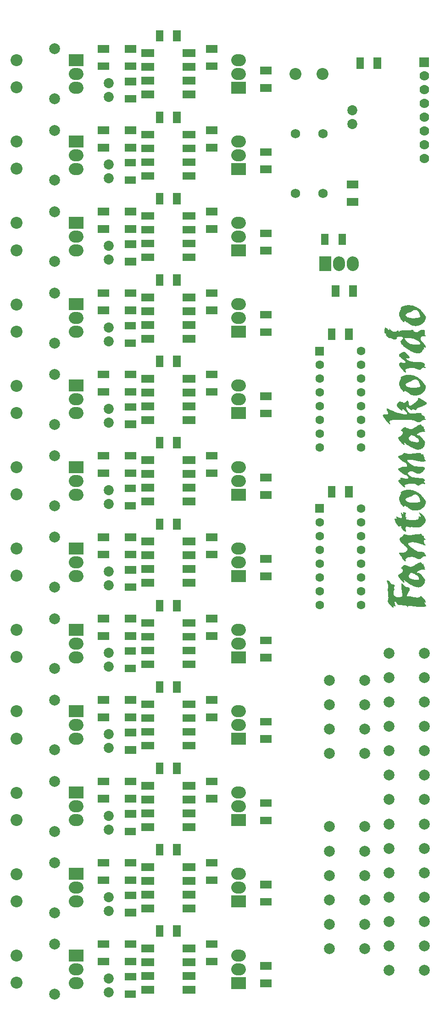
<source format=gts>
G04 Layer: TopSolderMaskLayer*
G04 EasyEDA v6.4.7, 2020-11-30T22:32:52--5:00*
G04 76768ecdb7b1411bbbfdaf268766b05e,f351316c249842cba096f2da4b91d990,10*
G04 Gerber Generator version 0.2*
G04 Scale: 100 percent, Rotated: No, Reflected: No *
G04 Dimensions in millimeters *
G04 leading zeros omitted , absolute positions ,3 integer and 3 decimal *
%FSLAX33Y33*%
%MOMM*%
G90*
D02*

%ADD37C,2.203196*%
%ADD38C,2.003196*%
%ADD41C,1.778000*%
%ADD42C,1.727200*%
%ADD43R,2.703195X2.203196*%
%ADD46C,1.854200*%
%ADD47R,2.103196X1.403198*%
%ADD49C,1.600200*%

%LPD*%
G54D37*
G01X45500Y157500D02*
G01X46000Y157500D01*
G01X45500Y160040D02*
G01X46000Y160040D01*
G01X45500Y67499D02*
G01X46000Y67499D01*
G01X45500Y70039D02*
G01X46000Y70039D01*
G01X45500Y82499D02*
G01X46000Y82499D01*
G01X45500Y85039D02*
G01X46000Y85039D01*
G01X45500Y52499D02*
G01X46000Y52499D01*
G01X45500Y55039D02*
G01X46000Y55039D01*
G01X45500Y37500D02*
G01X46000Y37500D01*
G01X45500Y40040D02*
G01X46000Y40040D01*
G01X45500Y127500D02*
G01X46000Y127500D01*
G01X45500Y130040D02*
G01X46000Y130040D01*
G01X45500Y142500D02*
G01X46000Y142500D01*
G01X45500Y145040D02*
G01X46000Y145040D01*
G01X45500Y22500D02*
G01X46000Y22500D01*
G01X45500Y25040D02*
G01X46000Y25040D01*
G01X45500Y7500D02*
G01X46000Y7500D01*
G01X45500Y10040D02*
G01X46000Y10040D01*
G01X45500Y97499D02*
G01X46000Y97499D01*
G01X45500Y100039D02*
G01X46000Y100039D01*
G01X45500Y112500D02*
G01X46000Y112500D01*
G01X45500Y115040D02*
G01X46000Y115040D01*
G01X64249Y137750D02*
G01X64249Y137250D01*
G01X66789Y137750D02*
G01X66789Y137250D01*
G01X16000Y154960D02*
G01X15500Y154960D01*
G01X16000Y157500D02*
G01X15500Y157500D01*
G01X16000Y64959D02*
G01X15500Y64959D01*
G01X16000Y67499D02*
G01X15500Y67499D01*
G01X16000Y79959D02*
G01X15500Y79959D01*
G01X16000Y82499D02*
G01X15500Y82499D01*
G01X16000Y49959D02*
G01X15500Y49959D01*
G01X16000Y52499D02*
G01X15500Y52499D01*
G01X16000Y34960D02*
G01X15500Y34960D01*
G01X16000Y37500D02*
G01X15500Y37500D01*
G01X16000Y124960D02*
G01X15500Y124960D01*
G01X16000Y127500D02*
G01X15500Y127500D01*
G01X16000Y139960D02*
G01X15500Y139960D01*
G01X16000Y142500D02*
G01X15500Y142500D01*
G01X16000Y19960D02*
G01X15500Y19960D01*
G01X16000Y22500D02*
G01X15500Y22500D01*
G01X16000Y4960D02*
G01X15500Y4960D01*
G01X16000Y7500D02*
G01X15500Y7500D01*
G01X16000Y94959D02*
G01X15500Y94959D01*
G01X16000Y97499D02*
G01X15500Y97499D01*
G01X16000Y109960D02*
G01X15500Y109960D01*
G01X16000Y112500D02*
G01X15500Y112500D01*
G01X45500Y172499D02*
G01X46000Y172499D01*
G01X45500Y175039D02*
G01X46000Y175039D01*
G01X16000Y169959D02*
G01X15500Y169959D01*
G01X16000Y172499D02*
G01X15500Y172499D01*

%LPD*%
G36*
G01X77240Y129864D02*
G01X77106Y129868D01*
G01X76971Y129867D01*
G01X76837Y129858D01*
G01X76704Y129843D01*
G01X76572Y129821D01*
G01X76442Y129791D01*
G01X76311Y129755D01*
G01X76182Y129712D01*
G01X76054Y129662D01*
G01X75927Y129605D01*
G01X75800Y129540D01*
G01X75775Y129528D01*
G01X75752Y129510D01*
G01X75729Y129487D01*
G01X75709Y129459D01*
G01X75691Y129430D01*
G01X75678Y129402D01*
G01X75667Y129375D01*
G01X75660Y129350D01*
G01X75648Y129335D01*
G01X75642Y129318D01*
G01X75641Y129302D01*
G01X75645Y129284D01*
G01X75661Y129250D01*
G01X75681Y129220D01*
G01X75690Y129206D01*
G01X75699Y129191D01*
G01X75719Y129165D01*
G01X75726Y129152D01*
G01X75729Y129141D01*
G01X75726Y129129D01*
G01X75719Y129119D01*
G01X75629Y129019D01*
G01X75552Y128917D01*
G01X75487Y128814D01*
G01X75435Y128710D01*
G01X75397Y128605D01*
G01X75371Y128499D01*
G01X75355Y128393D01*
G01X75347Y128287D01*
G01X75348Y128182D01*
G01X75359Y128077D01*
G01X75377Y127973D01*
G01X75404Y127869D01*
G01X75439Y127767D01*
G01X75480Y127666D01*
G01X75527Y127567D01*
G01X75580Y127470D01*
G01X75639Y127374D01*
G01X75704Y127280D01*
G01X75773Y127188D01*
G01X75845Y127099D01*
G01X75918Y127013D01*
G01X75994Y126929D01*
G01X76071Y126848D01*
G01X76151Y126769D01*
G01X76163Y126737D01*
G01X76183Y126721D01*
G01X76210Y126722D01*
G01X76245Y126739D01*
G01X76280Y126763D01*
G01X76311Y126785D01*
G01X76337Y126804D01*
G01X76359Y126820D01*
G01X76358Y126823D01*
G01X76355Y126830D01*
G01X76350Y126842D01*
G01X76344Y126858D01*
G01X76335Y126879D01*
G01X76317Y126919D01*
G01X76305Y126940D01*
G01X76294Y126960D01*
G01X76284Y126979D01*
G01X76276Y126996D01*
G01X76270Y127013D01*
G01X76266Y127029D01*
G01X76265Y127040D01*
G01X76266Y127047D01*
G01X76270Y127049D01*
G01X76373Y126967D01*
G01X76479Y126891D01*
G01X76589Y126822D01*
G01X76704Y126759D01*
G01X76820Y126699D01*
G01X76931Y126637D01*
G01X77037Y126575D01*
G01X77139Y126510D01*
G01X77233Y126397D01*
G01X77355Y126299D01*
G01X77498Y126217D01*
G01X77659Y126150D01*
G01X77832Y126096D01*
G01X78010Y126058D01*
G01X78185Y126037D01*
G01X78350Y126030D01*
G01X78460Y126033D01*
G01X78571Y126042D01*
G01X78681Y126058D01*
G01X78793Y126079D01*
G01X78904Y126106D01*
G01X79016Y126139D01*
G01X79125Y126179D01*
G01X79231Y126223D01*
G01X79335Y126271D01*
G01X79434Y126326D01*
G01X79531Y126385D01*
G01X79625Y126449D01*
G01X79714Y126519D01*
G01X79796Y126593D01*
G01X79874Y126672D01*
G01X79945Y126757D01*
G01X80010Y126846D01*
G01X80070Y126940D01*
G01X80122Y127038D01*
G01X80164Y127141D01*
G01X80197Y127247D01*
G01X80221Y127358D01*
G01X80235Y127472D01*
G01X80240Y127590D01*
G01X80241Y127603D01*
G01X80244Y127613D01*
G01X80249Y127619D01*
G01X80255Y127620D01*
G01X80286Y127620D01*
G01X80292Y127621D01*
G01X80298Y127623D01*
G01X80303Y127626D01*
G01X80309Y127630D01*
G01X80311Y127637D01*
G01X80309Y127649D01*
G01X80302Y127666D01*
G01X80291Y127689D01*
G01X80232Y127814D01*
G01X80169Y127936D01*
G01X80102Y128055D01*
G01X80030Y128171D01*
G01X79954Y128285D01*
G01X79874Y128396D01*
G01X79789Y128505D01*
G01X79700Y128611D01*
G01X79606Y128714D01*
G01X79508Y128814D01*
G01X79408Y128911D01*
G01X79305Y129004D01*
G01X79199Y129091D01*
G01X79091Y129175D01*
G01X78981Y129254D01*
G01X78868Y129329D01*
G01X78753Y129399D01*
G01X78636Y129465D01*
G01X78516Y129527D01*
G01X78393Y129584D01*
G01X78270Y129636D01*
G01X78145Y129684D01*
G01X78019Y129726D01*
G01X77892Y129762D01*
G01X77764Y129793D01*
G01X77635Y129819D01*
G01X77504Y129840D01*
G01X77372Y129854D01*
G01X77240Y129864D01*
G37*

%LPC*%
G36*
G01X78408Y128983D02*
G01X78289Y128985D01*
G01X78165Y128969D01*
G01X78037Y128933D01*
G01X77906Y128877D01*
G01X77774Y128799D01*
G01X77639Y128700D01*
G01X77515Y128637D01*
G01X77339Y128570D01*
G01X77239Y128534D01*
G01X77141Y128496D01*
G01X77043Y128456D01*
G01X76946Y128415D01*
G01X76769Y128327D01*
G01X76631Y128235D01*
G01X76554Y128138D01*
G01X76570Y128039D01*
G01X76612Y127930D01*
G01X76680Y127834D01*
G01X76772Y127750D01*
G01X76890Y127679D01*
G01X76979Y127638D01*
G01X77073Y127601D01*
G01X77172Y127569D01*
G01X77276Y127541D01*
G01X77385Y127518D01*
G01X77499Y127498D01*
G01X77617Y127485D01*
G01X77734Y127474D01*
G01X77854Y127467D01*
G01X77973Y127465D01*
G01X78094Y127466D01*
G01X78216Y127470D01*
G01X78334Y127477D01*
G01X78448Y127487D01*
G01X78556Y127499D01*
G01X78659Y127514D01*
G01X78758Y127530D01*
G01X78851Y127549D01*
G01X78891Y127556D01*
G01X78933Y127564D01*
G01X78977Y127576D01*
G01X79023Y127590D01*
G01X79070Y127607D01*
G01X79113Y127625D01*
G01X79152Y127646D01*
G01X79188Y127668D01*
G01X79220Y127696D01*
G01X79244Y127726D01*
G01X79261Y127760D01*
G01X79270Y127798D01*
G01X79269Y127841D01*
G01X79254Y127886D01*
G01X79228Y127936D01*
G01X79188Y127989D01*
G01X79167Y128106D01*
G01X79140Y128216D01*
G01X79109Y128320D01*
G01X79072Y128417D01*
G01X79031Y128507D01*
G01X78985Y128591D01*
G01X78908Y128701D01*
G01X78824Y128793D01*
G01X78731Y128867D01*
G01X78630Y128923D01*
G01X78521Y128962D01*
G01X78408Y128983D01*
G37*

%LPD*%
G36*
G01X72889Y125779D02*
G01X72838Y125784D01*
G01X72795Y125770D01*
G01X72758Y125735D01*
G01X72729Y125680D01*
G01X72688Y125537D01*
G01X72666Y125370D01*
G01X72656Y125192D01*
G01X72656Y125019D01*
G01X72658Y124943D01*
G01X72660Y124884D01*
G01X72660Y124843D01*
G01X72661Y124819D01*
G01X72648Y124790D01*
G01X72650Y124762D01*
G01X72667Y124735D01*
G01X72699Y124709D01*
G01X72739Y124685D01*
G01X72780Y124662D01*
G01X72864Y124620D01*
G01X72904Y124601D01*
G01X72937Y124581D01*
G01X72965Y124563D01*
G01X72986Y124544D01*
G01X72992Y124527D01*
G01X72978Y124510D01*
G01X72944Y124494D01*
G01X72889Y124478D01*
G01X72878Y124449D01*
G01X72883Y124409D01*
G01X72905Y124357D01*
G01X72945Y124295D01*
G01X73052Y124162D01*
G01X73184Y124034D01*
G01X73330Y123920D01*
G01X73478Y123828D01*
G01X73609Y123782D01*
G01X73699Y123800D01*
G01X73806Y123766D01*
G01X73964Y123704D01*
G01X74057Y123668D01*
G01X74152Y123634D01*
G01X74248Y123603D01*
G01X74345Y123574D01*
G01X74533Y123536D01*
G01X74705Y123533D01*
G01X74839Y123590D01*
G01X74908Y123729D01*
G01X74922Y123737D01*
G01X74933Y123749D01*
G01X74940Y123767D01*
G01X74944Y123790D01*
G01X74947Y123815D01*
G01X74949Y123840D01*
G01X74952Y123867D01*
G01X74954Y123894D01*
G01X74958Y123920D01*
G01X74963Y123944D01*
G01X74970Y123964D01*
G01X74980Y123980D01*
G01X74991Y123992D01*
G01X75005Y123999D01*
G01X75021Y124001D01*
G01X75041Y123998D01*
G01X75161Y124034D01*
G01X75305Y124059D01*
G01X75459Y124073D01*
G01X75610Y124074D01*
G01X75754Y124059D01*
G01X75889Y124024D01*
G01X75949Y123999D01*
G01X75999Y123966D01*
G01X76039Y123926D01*
G01X76069Y123879D01*
G01X76087Y123830D01*
G01X76089Y123781D01*
G01X76074Y123732D01*
G01X76044Y123683D01*
G01X75962Y123591D01*
G01X75864Y123500D01*
G01X75763Y123410D01*
G01X75670Y123320D01*
G01X75632Y123275D01*
G01X75610Y123230D01*
G01X75602Y123184D01*
G01X75610Y123140D01*
G01X75664Y122994D01*
G01X75730Y122857D01*
G01X75807Y122729D01*
G01X75894Y122609D01*
G01X75990Y122497D01*
G01X76092Y122390D01*
G01X76201Y122288D01*
G01X76316Y122190D01*
G01X76434Y122097D01*
G01X76554Y122008D01*
G01X76678Y121924D01*
G01X76803Y121844D01*
G01X76930Y121768D01*
G01X77055Y121693D01*
G01X77178Y121621D01*
G01X77299Y121550D01*
G01X77433Y121459D01*
G01X77565Y121378D01*
G01X77693Y121307D01*
G01X77819Y121245D01*
G01X77941Y121190D01*
G01X78058Y121142D01*
G01X78168Y121100D01*
G01X78274Y121064D01*
G01X78463Y121010D01*
G01X78619Y120978D01*
G01X78684Y120971D01*
G01X78737Y120967D01*
G01X78779Y120967D01*
G01X78810Y120971D01*
G01X78843Y120976D01*
G01X78886Y120982D01*
G01X78936Y120989D01*
G01X78995Y120998D01*
G01X79122Y121028D01*
G01X79254Y121075D01*
G01X79384Y121143D01*
G01X79503Y121240D01*
G01X79599Y121369D01*
G01X79651Y121539D01*
G01X79685Y121574D01*
G01X79721Y121607D01*
G01X79758Y121639D01*
G01X79795Y121669D01*
G01X79835Y121699D01*
G01X79878Y121727D01*
G01X79926Y121753D01*
G01X79978Y121778D01*
G01X79986Y121789D01*
G01X79988Y121801D01*
G01X79986Y121815D01*
G01X79978Y121829D01*
G01X79969Y121845D01*
G01X79960Y121862D01*
G01X79940Y121900D01*
G01X79931Y121920D01*
G01X79924Y121942D01*
G01X79918Y121965D01*
G01X79915Y121989D01*
G01X79915Y122015D01*
G01X79921Y122042D01*
G01X79933Y122070D01*
G01X79950Y122098D01*
G01X79966Y122115D01*
G01X79984Y122124D01*
G01X80005Y122125D01*
G01X80029Y122119D01*
G01X80055Y122107D01*
G01X80080Y122094D01*
G01X80107Y122078D01*
G01X80133Y122060D01*
G01X80161Y122041D01*
G01X80187Y122022D01*
G01X80212Y122005D01*
G01X80235Y121989D01*
G01X80256Y121977D01*
G01X80272Y121971D01*
G01X80284Y121972D01*
G01X80291Y121979D01*
G01X80298Y122002D01*
G01X80301Y122031D01*
G01X80302Y122064D01*
G01X80298Y122103D01*
G01X80293Y122147D01*
G01X80285Y122189D01*
G01X80274Y122232D01*
G01X80260Y122274D01*
G01X80244Y122316D01*
G01X80226Y122357D01*
G01X80206Y122396D01*
G01X80184Y122434D01*
G01X80161Y122470D01*
G01X80138Y122501D01*
G01X80114Y122528D01*
G01X80090Y122550D01*
G01X80031Y122652D01*
G01X79965Y122750D01*
G01X79891Y122841D01*
G01X79811Y122929D01*
G01X79728Y123014D01*
G01X79649Y123098D01*
G01X79574Y123181D01*
G01X79503Y123264D01*
G01X79442Y123347D01*
G01X79392Y123431D01*
G01X79353Y123515D01*
G01X79326Y123599D01*
G01X79314Y123687D01*
G01X79324Y123780D01*
G01X79356Y123878D01*
G01X79409Y123980D01*
G01X79444Y124021D01*
G01X79489Y124054D01*
G01X79542Y124078D01*
G01X79605Y124095D01*
G01X79742Y124115D01*
G01X79884Y124125D01*
G01X80023Y124135D01*
G01X80149Y124153D01*
G01X80203Y124170D01*
G01X80245Y124195D01*
G01X80274Y124229D01*
G01X80291Y124270D01*
G01X80193Y124311D01*
G01X80121Y124365D01*
G01X80075Y124433D01*
G01X80055Y124514D01*
G01X80051Y124692D01*
G01X80070Y124874D01*
G01X80089Y125049D01*
G01X80085Y125200D01*
G01X80063Y125261D01*
G01X80013Y125305D01*
G01X79935Y125331D01*
G01X79828Y125339D01*
G01X79691Y125357D01*
G01X79569Y125359D01*
G01X79461Y125344D01*
G01X79369Y125314D01*
G01X79211Y125232D01*
G01X79079Y125134D01*
G01X78961Y125034D01*
G01X78845Y124943D01*
G01X78713Y124888D01*
G01X78548Y124890D01*
G01X78364Y124892D01*
G01X78228Y124938D01*
G01X78177Y124975D01*
G01X78133Y125014D01*
G01X78096Y125055D01*
G01X78066Y125098D01*
G01X78040Y125143D01*
G01X78017Y125186D01*
G01X77999Y125228D01*
G01X77984Y125268D01*
G01X77971Y125304D01*
G01X77958Y125329D01*
G01X77943Y125344D01*
G01X77929Y125349D01*
G01X77827Y125322D01*
G01X77724Y125298D01*
G01X77618Y125278D01*
G01X77508Y125263D01*
G01X77397Y125252D01*
G01X77283Y125245D01*
G01X76941Y125233D01*
G01X76713Y125227D01*
G01X76600Y125225D01*
G01X76488Y125223D01*
G01X76378Y125221D01*
G01X76270Y125217D01*
G01X76164Y125214D01*
G01X76061Y125210D01*
G01X75960Y125205D01*
G01X75815Y125193D01*
G01X75680Y125173D01*
G01X75555Y125145D01*
G01X75439Y125108D01*
G01X75402Y125046D01*
G01X75370Y124997D01*
G01X75343Y124963D01*
G01X75320Y124943D01*
G01X75301Y124935D01*
G01X75284Y124934D01*
G01X75271Y124941D01*
G01X75259Y124953D01*
G01X75250Y124974D01*
G01X75243Y124999D01*
G01X75237Y125029D01*
G01X75231Y125101D01*
G01X75229Y125136D01*
G01X75226Y125169D01*
G01X75223Y125200D01*
G01X75220Y125227D01*
G01X75216Y125249D01*
G01X75212Y125266D01*
G01X75206Y125278D01*
G01X75196Y125283D01*
G01X75182Y125277D01*
G01X75163Y125259D01*
G01X75140Y125230D01*
G01X74991Y125127D01*
G01X74856Y125048D01*
G01X74733Y124994D01*
G01X74624Y124963D01*
G01X74524Y124954D01*
G01X74429Y124960D01*
G01X74340Y124980D01*
G01X74256Y125014D01*
G01X74173Y125061D01*
G01X74092Y125118D01*
G01X74011Y125186D01*
G01X73931Y125263D01*
G01X73846Y125346D01*
G01X73753Y125430D01*
G01X73651Y125514D01*
G01X73539Y125598D01*
G01X73515Y125611D01*
G01X73501Y125605D01*
G01X73499Y125584D01*
G01X73509Y125545D01*
G01X73523Y125498D01*
G01X73534Y125453D01*
G01X73543Y125410D01*
G01X73550Y125370D01*
G01X73551Y125334D01*
G01X73546Y125309D01*
G01X73533Y125294D01*
G01X73514Y125289D01*
G01X73428Y125344D01*
G01X73260Y125509D01*
G01X73244Y125533D01*
G01X73224Y125552D01*
G01X73203Y125567D01*
G01X73179Y125578D01*
G01X73154Y125589D01*
G01X73127Y125600D01*
G01X73099Y125612D01*
G01X73070Y125624D01*
G01X73040Y125637D01*
G01X73012Y125651D01*
G01X72985Y125665D01*
G01X72960Y125680D01*
G01X72937Y125697D01*
G01X72917Y125720D01*
G01X72901Y125747D01*
G01X72889Y125779D01*
G37*

%LPC*%
G36*
G01X76422Y123794D02*
G01X76388Y123795D01*
G01X76358Y123784D01*
G01X76333Y123759D01*
G01X76320Y123733D01*
G01X76323Y123714D01*
G01X76343Y123703D01*
G01X76379Y123698D01*
G01X76441Y123610D01*
G01X76505Y123522D01*
G01X76573Y123437D01*
G01X76643Y123353D01*
G01X76718Y123273D01*
G01X76796Y123196D01*
G01X76876Y123121D01*
G01X76958Y123048D01*
G01X77044Y122982D01*
G01X77131Y122920D01*
G01X77219Y122865D01*
G01X77309Y122815D01*
G01X77399Y122770D01*
G01X77489Y122733D01*
G01X77580Y122703D01*
G01X77669Y122680D01*
G01X77715Y122670D01*
G01X77771Y122659D01*
G01X77837Y122647D01*
G01X77913Y122634D01*
G01X78086Y122610D01*
G01X78274Y122588D01*
G01X78372Y122580D01*
G01X78471Y122573D01*
G01X78570Y122570D01*
G01X78670Y122568D01*
G01X78856Y122576D01*
G01X79016Y122599D01*
G01X79083Y122616D01*
G01X79140Y122639D01*
G01X79187Y122667D01*
G01X79224Y122700D01*
G01X79248Y122738D01*
G01X79256Y122784D01*
G01X79246Y122837D01*
G01X79219Y122898D01*
G01X79186Y123007D01*
G01X79069Y123130D01*
G01X78985Y123194D01*
G01X78893Y123257D01*
G01X78793Y123318D01*
G01X78685Y123378D01*
G01X78572Y123437D01*
G01X78456Y123492D01*
G01X78339Y123543D01*
G01X78221Y123589D01*
G01X78106Y123631D01*
G01X78002Y123666D01*
G01X77910Y123696D01*
G01X77829Y123719D01*
G01X77718Y123742D01*
G01X77586Y123758D01*
G01X77431Y123770D01*
G01X77255Y123775D01*
G01X77129Y123777D01*
G01X77000Y123778D01*
G01X76869Y123779D01*
G01X76735Y123779D01*
G01X76599Y123780D01*
G01X76460Y123780D01*
G01X76422Y123794D01*
G37*

%LPD*%
G36*
G01X76359Y121270D02*
G01X76265Y121287D01*
G01X76120Y121260D01*
G01X75947Y121199D01*
G01X75770Y121115D01*
G01X75682Y121065D01*
G01X75601Y121011D01*
G01X75525Y120952D01*
G01X75455Y120889D01*
G01X75354Y120762D01*
G01X75320Y120640D01*
G01X75326Y120594D01*
G01X75343Y120545D01*
G01X75373Y120493D01*
G01X75414Y120440D01*
G01X75523Y120327D01*
G01X75655Y120209D01*
G01X75728Y120149D01*
G01X75804Y120088D01*
G01X75881Y120027D01*
G01X75960Y119965D01*
G01X76114Y119842D01*
G01X76255Y119723D01*
G01X76376Y119613D01*
G01X76471Y119510D01*
G01X76503Y119462D01*
G01X76522Y119417D01*
G01X76527Y119376D01*
G01X76519Y119340D01*
G01X76490Y119291D01*
G01X76452Y119254D01*
G01X76405Y119231D01*
G01X76349Y119220D01*
G01X76222Y119219D01*
G01X76079Y119233D01*
G01X75780Y119284D01*
G01X75640Y119293D01*
G01X75521Y119269D01*
G01X75434Y119223D01*
G01X75375Y119164D01*
G01X75344Y119091D01*
G01X75340Y119005D01*
G01X75356Y118912D01*
G01X75383Y118817D01*
G01X75421Y118721D01*
G01X75470Y118624D01*
G01X75526Y118529D01*
G01X75586Y118437D01*
G01X75648Y118347D01*
G01X75714Y118260D01*
G01X75822Y118123D01*
G01X75879Y118050D01*
G01X75881Y118046D01*
G01X75886Y118047D01*
G01X75896Y118052D01*
G01X75922Y118068D01*
G01X75932Y118072D01*
G01X75938Y118073D01*
G01X75940Y118070D01*
G01X76046Y117932D01*
G01X76145Y117775D01*
G01X76251Y117626D01*
G01X76379Y117508D01*
G01X76401Y117499D01*
G01X76425Y117492D01*
G01X76452Y117487D01*
G01X76481Y117483D01*
G01X76509Y117482D01*
G01X76536Y117482D01*
G01X76561Y117484D01*
G01X76585Y117488D01*
G01X76606Y117494D01*
G01X76624Y117502D01*
G01X76638Y117512D01*
G01X76648Y117524D01*
G01X76654Y117538D01*
G01X76651Y117556D01*
G01X76640Y117577D01*
G01X76620Y117600D01*
G01X76621Y117628D01*
G01X76612Y117664D01*
G01X76593Y117708D01*
G01X76565Y117760D01*
G01X76536Y117812D01*
G01X76515Y117857D01*
G01X76503Y117897D01*
G01X76499Y117930D01*
G01X76549Y118038D01*
G01X76699Y118123D01*
G01X76803Y118159D01*
G01X76915Y118189D01*
G01X77033Y118215D01*
G01X77159Y118235D01*
G01X77288Y118251D01*
G01X77415Y118264D01*
G01X77538Y118273D01*
G01X77659Y118278D01*
G01X77860Y118286D01*
G01X77979Y118288D01*
G01X78035Y118286D01*
G01X78092Y118279D01*
G01X78151Y118267D01*
G01X78210Y118250D01*
G01X78332Y118207D01*
G01X78459Y118159D01*
G01X78561Y118124D01*
G01X78655Y118087D01*
G01X78741Y118049D01*
G01X78820Y118009D01*
G01X78960Y117952D01*
G01X79079Y117940D01*
G01X79123Y117926D01*
G01X79165Y117921D01*
G01X79204Y117928D01*
G01X79239Y117945D01*
G01X79275Y117969D01*
G01X79310Y117997D01*
G01X79344Y118029D01*
G01X79379Y118065D01*
G01X79415Y118102D01*
G01X79493Y118180D01*
G01X79534Y118220D01*
G01X79579Y118256D01*
G01X79626Y118287D01*
G01X79676Y118311D01*
G01X79729Y118329D01*
G01X79761Y118342D01*
G01X79793Y118348D01*
G01X79828Y118349D01*
G01X79864Y118344D01*
G01X79902Y118337D01*
G01X79940Y118328D01*
G01X79977Y118319D01*
G01X80051Y118299D01*
G01X80088Y118292D01*
G01X80124Y118287D01*
G01X80159Y118283D01*
G01X80192Y118284D01*
G01X80222Y118292D01*
G01X80248Y118307D01*
G01X80270Y118329D01*
G01X80280Y118345D01*
G01X80280Y118363D01*
G01X80269Y118383D01*
G01X80250Y118405D01*
G01X80224Y118427D01*
G01X80196Y118450D01*
G01X80165Y118474D01*
G01X80133Y118499D01*
G01X80103Y118524D01*
G01X80074Y118547D01*
G01X80048Y118568D01*
G01X80024Y118588D01*
G01X80007Y118608D01*
G01X80000Y118626D01*
G01X80004Y118643D01*
G01X80019Y118659D01*
G01X80067Y118829D01*
G01X80080Y118968D01*
G01X80059Y119077D01*
G01X80004Y119154D01*
G01X79919Y119211D01*
G01X79810Y119255D01*
G01X79677Y119289D01*
G01X79519Y119309D01*
G01X79509Y119312D01*
G01X79503Y119320D01*
G01X79498Y119332D01*
G01X79496Y119350D01*
G01X79492Y119367D01*
G01X79485Y119379D01*
G01X79474Y119386D01*
G01X79460Y119388D01*
G01X79340Y119391D01*
G01X79219Y119393D01*
G01X78977Y119393D01*
G01X78856Y119391D01*
G01X78734Y119388D01*
G01X78613Y119387D01*
G01X78492Y119388D01*
G01X78373Y119392D01*
G01X78253Y119398D01*
G01X78134Y119407D01*
G01X78015Y119419D01*
G01X77897Y119434D01*
G01X77780Y119455D01*
G01X77664Y119479D01*
G01X77550Y119508D01*
G01X77436Y119541D01*
G01X77324Y119579D01*
G01X77213Y119623D01*
G01X77104Y119675D01*
G01X76995Y119735D01*
G01X76888Y119802D01*
G01X76783Y119877D01*
G01X76679Y119960D01*
G01X76653Y119966D01*
G01X76635Y119975D01*
G01X76624Y119987D01*
G01X76620Y120000D01*
G01X76625Y120013D01*
G01X76638Y120024D01*
G01X76659Y120032D01*
G01X76689Y120038D01*
G01X76723Y120053D01*
G01X76762Y120064D01*
G01X76807Y120073D01*
G01X76859Y120079D01*
G01X77024Y120094D01*
G01X77080Y120099D01*
G01X77133Y120105D01*
G01X77180Y120114D01*
G01X77222Y120123D01*
G01X77261Y120135D01*
G01X77289Y120150D01*
G01X77307Y120169D01*
G01X77313Y120192D01*
G01X77309Y120219D01*
G01X77262Y120330D01*
G01X77208Y120438D01*
G01X77146Y120541D01*
G01X77076Y120641D01*
G01X76999Y120737D01*
G01X76915Y120828D01*
G01X76826Y120916D01*
G01X76735Y120998D01*
G01X76643Y121075D01*
G01X76549Y121146D01*
G01X76455Y121211D01*
G01X76359Y121270D01*
G37*

%LPD*%
G36*
G01X77240Y117044D02*
G01X77106Y117049D01*
G01X76971Y117048D01*
G01X76837Y117039D01*
G01X76704Y117023D01*
G01X76572Y117001D01*
G01X76442Y116972D01*
G01X76311Y116935D01*
G01X76182Y116891D01*
G01X76054Y116841D01*
G01X75927Y116784D01*
G01X75800Y116719D01*
G01X75775Y116706D01*
G01X75752Y116689D01*
G01X75729Y116667D01*
G01X75709Y116640D01*
G01X75691Y116610D01*
G01X75678Y116581D01*
G01X75667Y116554D01*
G01X75660Y116528D01*
G01X75648Y116514D01*
G01X75642Y116499D01*
G01X75641Y116482D01*
G01X75645Y116465D01*
G01X75653Y116447D01*
G01X75661Y116431D01*
G01X75671Y116414D01*
G01X75681Y116399D01*
G01X75690Y116384D01*
G01X75699Y116370D01*
G01X75709Y116357D01*
G01X75719Y116345D01*
G01X75726Y116333D01*
G01X75729Y116321D01*
G01X75726Y116310D01*
G01X75719Y116299D01*
G01X75629Y116199D01*
G01X75552Y116098D01*
G01X75487Y115995D01*
G01X75435Y115891D01*
G01X75397Y115786D01*
G01X75371Y115680D01*
G01X75355Y115574D01*
G01X75347Y115468D01*
G01X75348Y115362D01*
G01X75359Y115258D01*
G01X75377Y115153D01*
G01X75404Y115050D01*
G01X75439Y114948D01*
G01X75480Y114847D01*
G01X75527Y114748D01*
G01X75580Y114650D01*
G01X75639Y114554D01*
G01X75704Y114460D01*
G01X75773Y114368D01*
G01X75845Y114279D01*
G01X75918Y114192D01*
G01X75994Y114108D01*
G01X76071Y114028D01*
G01X76151Y113950D01*
G01X76163Y113918D01*
G01X76183Y113902D01*
G01X76210Y113903D01*
G01X76245Y113919D01*
G01X76280Y113944D01*
G01X76311Y113965D01*
G01X76337Y113983D01*
G01X76359Y113998D01*
G01X76355Y114008D01*
G01X76350Y114021D01*
G01X76344Y114039D01*
G01X76326Y114079D01*
G01X76317Y114100D01*
G01X76305Y114120D01*
G01X76294Y114139D01*
G01X76284Y114158D01*
G01X76276Y114176D01*
G01X76270Y114194D01*
G01X76266Y114210D01*
G01X76265Y114221D01*
G01X76266Y114227D01*
G01X76270Y114229D01*
G01X76373Y114148D01*
G01X76479Y114072D01*
G01X76589Y114003D01*
G01X76704Y113940D01*
G01X76820Y113879D01*
G01X76931Y113817D01*
G01X77037Y113754D01*
G01X77139Y113688D01*
G01X77233Y113577D01*
G01X77355Y113480D01*
G01X77498Y113397D01*
G01X77659Y113330D01*
G01X77832Y113277D01*
G01X78010Y113239D01*
G01X78185Y113216D01*
G01X78350Y113208D01*
G01X78460Y113212D01*
G01X78571Y113221D01*
G01X78681Y113236D01*
G01X78793Y113258D01*
G01X78904Y113286D01*
G01X79016Y113320D01*
G01X79125Y113359D01*
G01X79231Y113403D01*
G01X79335Y113452D01*
G01X79434Y113506D01*
G01X79531Y113566D01*
G01X79625Y113630D01*
G01X79714Y113699D01*
G01X79796Y113773D01*
G01X79874Y113852D01*
G01X79945Y113936D01*
G01X80010Y114026D01*
G01X80070Y114120D01*
G01X80122Y114219D01*
G01X80164Y114321D01*
G01X80197Y114427D01*
G01X80221Y114538D01*
G01X80235Y114653D01*
G01X80240Y114770D01*
G01X80241Y114783D01*
G01X80244Y114792D01*
G01X80249Y114797D01*
G01X80255Y114798D01*
G01X80286Y114798D01*
G01X80292Y114799D01*
G01X80298Y114801D01*
G01X80303Y114804D01*
G01X80309Y114808D01*
G01X80311Y114816D01*
G01X80309Y114829D01*
G01X80302Y114847D01*
G01X80291Y114869D01*
G01X80232Y114994D01*
G01X80169Y115116D01*
G01X80102Y115236D01*
G01X80030Y115352D01*
G01X79954Y115466D01*
G01X79874Y115577D01*
G01X79789Y115686D01*
G01X79700Y115791D01*
G01X79606Y115895D01*
G01X79508Y115995D01*
G01X79408Y116092D01*
G01X79305Y116184D01*
G01X79199Y116272D01*
G01X79091Y116356D01*
G01X78981Y116435D01*
G01X78868Y116510D01*
G01X78753Y116580D01*
G01X78636Y116646D01*
G01X78516Y116707D01*
G01X78393Y116764D01*
G01X78270Y116817D01*
G01X78145Y116864D01*
G01X78019Y116905D01*
G01X77892Y116942D01*
G01X77764Y116973D01*
G01X77635Y116998D01*
G01X77504Y117019D01*
G01X77372Y117035D01*
G01X77240Y117044D01*
G37*

%LPC*%
G36*
G01X78408Y116164D02*
G01X78289Y116166D01*
G01X78165Y116150D01*
G01X78037Y116114D01*
G01X77906Y116057D01*
G01X77774Y115979D01*
G01X77639Y115880D01*
G01X77515Y115817D01*
G01X77339Y115748D01*
G01X77239Y115713D01*
G01X77141Y115676D01*
G01X77043Y115635D01*
G01X76946Y115593D01*
G01X76769Y115506D01*
G01X76631Y115413D01*
G01X76554Y115318D01*
G01X76570Y115220D01*
G01X76612Y115111D01*
G01X76680Y115014D01*
G01X76772Y114930D01*
G01X76890Y114859D01*
G01X76979Y114819D01*
G01X77073Y114782D01*
G01X77172Y114750D01*
G01X77276Y114722D01*
G01X77385Y114698D01*
G01X77499Y114679D01*
G01X77617Y114664D01*
G01X77734Y114653D01*
G01X77854Y114646D01*
G01X77973Y114643D01*
G01X78094Y114644D01*
G01X78216Y114648D01*
G01X78334Y114657D01*
G01X78448Y114667D01*
G01X78556Y114679D01*
G01X78659Y114694D01*
G01X78758Y114711D01*
G01X78851Y114730D01*
G01X78891Y114736D01*
G01X78933Y114745D01*
G01X78977Y114757D01*
G01X79023Y114770D01*
G01X79070Y114786D01*
G01X79113Y114804D01*
G01X79152Y114825D01*
G01X79188Y114849D01*
G01X79220Y114877D01*
G01X79244Y114907D01*
G01X79261Y114941D01*
G01X79270Y114979D01*
G01X79269Y115021D01*
G01X79254Y115067D01*
G01X79228Y115116D01*
G01X79188Y115169D01*
G01X79167Y115286D01*
G01X79140Y115396D01*
G01X79109Y115499D01*
G01X79072Y115596D01*
G01X79031Y115686D01*
G01X78985Y115769D01*
G01X78908Y115880D01*
G01X78824Y115973D01*
G01X78731Y116048D01*
G01X78630Y116104D01*
G01X78521Y116143D01*
G01X78408Y116164D01*
G37*

%LPD*%
G36*
G01X79000Y112820D02*
G01X78991Y112825D01*
G01X78972Y112819D01*
G01X78945Y112802D01*
G01X78909Y112774D01*
G01X78874Y112745D01*
G01X78850Y112722D01*
G01X78835Y112703D01*
G01X78830Y112690D01*
G01X78831Y112670D01*
G01X78834Y112649D01*
G01X78839Y112629D01*
G01X78845Y112609D01*
G01X78852Y112590D01*
G01X78857Y112574D01*
G01X78860Y112561D01*
G01X78861Y112550D01*
G01X78847Y112493D01*
G01X78807Y112422D01*
G01X78739Y112337D01*
G01X78645Y112238D01*
G01X78571Y112169D01*
G01X78494Y112100D01*
G01X78414Y112031D01*
G01X78331Y111962D01*
G01X78245Y111893D01*
G01X78155Y111824D01*
G01X78064Y111757D01*
G01X77974Y111693D01*
G01X77886Y111632D01*
G01X77799Y111575D01*
G01X77713Y111520D01*
G01X77629Y111468D01*
G01X77424Y111361D01*
G01X77309Y111339D01*
G01X77264Y111359D01*
G01X77228Y111389D01*
G01X77202Y111429D01*
G01X77184Y111479D01*
G01X77161Y111599D01*
G01X77144Y111735D01*
G01X77125Y111879D01*
G01X77101Y112020D01*
G01X77048Y112147D01*
G01X76951Y112248D01*
G01X76909Y112271D01*
G01X76866Y112278D01*
G01X76822Y112268D01*
G01X76775Y112243D01*
G01X76728Y112210D01*
G01X76681Y112173D01*
G01X76635Y112132D01*
G01X76590Y112088D01*
G01X76544Y112045D01*
G01X76498Y112003D01*
G01X76451Y111962D01*
G01X76405Y111923D01*
G01X76358Y111893D01*
G01X76314Y111876D01*
G01X76271Y111871D01*
G01X76229Y111880D01*
G01X76082Y111928D01*
G01X75940Y111989D01*
G01X75802Y112051D01*
G01X75665Y112093D01*
G01X75533Y112114D01*
G01X75409Y112103D01*
G01X75295Y112051D01*
G01X75190Y111938D01*
G01X75168Y111912D01*
G01X75142Y111879D01*
G01X75112Y111842D01*
G01X75079Y111799D01*
G01X75046Y111753D01*
G01X75015Y111707D01*
G01X74986Y111658D01*
G01X74959Y111608D01*
G01X74936Y111560D01*
G01X74919Y111514D01*
G01X74906Y111471D01*
G01X74898Y111430D01*
G01X74900Y111394D01*
G01X74912Y111364D01*
G01X74935Y111343D01*
G01X74969Y111329D01*
G01X75041Y111200D01*
G01X75126Y111072D01*
G01X75224Y110945D01*
G01X75335Y110818D01*
G01X75414Y110739D01*
G01X75497Y110667D01*
G01X75583Y110602D01*
G01X75672Y110544D01*
G01X75763Y110494D01*
G01X75858Y110450D01*
G01X75895Y110436D01*
G01X75922Y110432D01*
G01X75940Y110441D01*
G01X75950Y110460D01*
G01X75954Y110485D01*
G01X75955Y110513D01*
G01X75954Y110543D01*
G01X75950Y110574D01*
G01X75945Y110607D01*
G01X75942Y110639D01*
G01X75940Y110669D01*
G01X75940Y110699D01*
G01X75943Y110725D01*
G01X75952Y110742D01*
G01X75968Y110751D01*
G01X75991Y110750D01*
G01X76117Y110658D01*
G01X76255Y110564D01*
G01X76394Y110467D01*
G01X76524Y110363D01*
G01X76639Y110256D01*
G01X76735Y110140D01*
G01X76798Y110014D01*
G01X76819Y109878D01*
G01X76811Y109825D01*
G01X76789Y109783D01*
G01X76752Y109752D01*
G01X76699Y109734D01*
G01X76567Y109720D01*
G01X76410Y109728D01*
G01X76237Y109756D01*
G01X76059Y109800D01*
G01X75894Y109842D01*
G01X75759Y109868D01*
G01X75633Y109893D01*
G01X75507Y109919D01*
G01X75382Y109949D01*
G01X75256Y109983D01*
G01X75131Y110020D01*
G01X75006Y110059D01*
G01X74880Y110102D01*
G01X74755Y110148D01*
G01X74630Y110197D01*
G01X74505Y110249D01*
G01X74400Y110294D01*
G01X74294Y110340D01*
G01X74188Y110385D01*
G01X74081Y110432D01*
G01X73972Y110478D01*
G01X73863Y110525D01*
G01X73753Y110571D01*
G01X73642Y110618D01*
G01X73418Y110714D01*
G01X73304Y110762D01*
G01X73189Y110811D01*
G01X73176Y110838D01*
G01X73159Y110852D01*
G01X73137Y110852D01*
G01X73110Y110838D01*
G01X73083Y110820D01*
G01X73064Y110800D01*
G01X73053Y110780D01*
G01X73049Y110760D01*
G01X73056Y110644D01*
G01X73095Y110513D01*
G01X73150Y110380D01*
G01X73209Y110249D01*
G01X73238Y110186D01*
G01X73264Y110126D01*
G01X73286Y110069D01*
G01X73306Y110015D01*
G01X73316Y109966D01*
G01X73313Y109923D01*
G01X73298Y109887D01*
G01X73270Y109858D01*
G01X73247Y109823D01*
G01X73210Y109797D01*
G01X73157Y109779D01*
G01X73090Y109769D01*
G01X72936Y109760D01*
G01X72775Y109754D01*
G01X72617Y109740D01*
G01X72475Y109708D01*
G01X72374Y109642D01*
G01X72341Y109520D01*
G01X72343Y109497D01*
G01X72351Y109467D01*
G01X72365Y109431D01*
G01X72384Y109388D01*
G01X72408Y109343D01*
G01X72435Y109298D01*
G01X72464Y109252D01*
G01X72495Y109205D01*
G01X72527Y109157D01*
G01X72595Y109065D01*
G01X72630Y109020D01*
G01X72663Y108978D01*
G01X72692Y108942D01*
G01X72717Y108913D01*
G01X72739Y108890D01*
G01X72830Y108783D01*
G01X72921Y108671D01*
G01X73013Y108554D01*
G01X73105Y108433D01*
G01X73169Y108352D01*
G01X73235Y108272D01*
G01X73304Y108193D01*
G01X73376Y108114D01*
G01X73451Y108036D01*
G01X73529Y107958D01*
G01X73547Y107927D01*
G01X73570Y107911D01*
G01X73599Y107910D01*
G01X73633Y107925D01*
G01X73667Y107950D01*
G01X73691Y107980D01*
G01X73705Y108017D01*
G01X73710Y108060D01*
G01X73704Y108080D01*
G01X73694Y108100D01*
G01X73683Y108120D01*
G01X73669Y108138D01*
G01X73654Y108159D01*
G01X73639Y108181D01*
G01X73625Y108202D01*
G01X73611Y108225D01*
G01X73596Y108248D01*
G01X73584Y108269D01*
G01X73573Y108289D01*
G01X73565Y108309D01*
G01X73559Y108328D01*
G01X73559Y108347D01*
G01X73562Y108364D01*
G01X73570Y108380D01*
G01X73621Y108512D01*
G01X73776Y108608D01*
G01X73884Y108646D01*
G01X74007Y108678D01*
G01X74143Y108705D01*
G01X74294Y108725D01*
G01X74400Y108735D01*
G01X74511Y108743D01*
G01X74626Y108749D01*
G01X74743Y108753D01*
G01X74865Y108754D01*
G01X74990Y108753D01*
G01X75116Y108752D01*
G01X75240Y108749D01*
G01X75361Y108747D01*
G01X75481Y108743D01*
G01X75598Y108739D01*
G01X75714Y108735D01*
G01X75882Y108728D01*
G01X76040Y108719D01*
G01X76189Y108710D01*
G01X76328Y108700D01*
G01X76554Y108685D01*
G01X76689Y108679D01*
G01X76842Y108680D01*
G01X76988Y108681D01*
G01X77126Y108682D01*
G01X77258Y108684D01*
G01X77382Y108687D01*
G01X77499Y108690D01*
G01X77662Y108689D01*
G01X77812Y108677D01*
G01X77947Y108654D01*
G01X78068Y108618D01*
G01X78229Y108566D01*
G01X78371Y108504D01*
G01X78663Y108358D01*
G01X78715Y108334D01*
G01X78766Y108313D01*
G01X78815Y108293D01*
G01X78861Y108280D01*
G01X78906Y108272D01*
G01X78949Y108268D01*
G01X78990Y108271D01*
G01X79094Y108293D01*
G01X79198Y108331D01*
G01X79301Y108387D01*
G01X79404Y108458D01*
G01X79507Y108536D01*
G01X79611Y108609D01*
G01X79714Y108677D01*
G01X79818Y108740D01*
G01X79844Y108752D01*
G01X79872Y108758D01*
G01X79900Y108758D01*
G01X79930Y108753D01*
G01X79960Y108747D01*
G01X79992Y108739D01*
G01X80025Y108730D01*
G01X80060Y108720D01*
G01X80094Y108711D01*
G01X80126Y108702D01*
G01X80156Y108696D01*
G01X80184Y108690D01*
G01X80210Y108689D01*
G01X80234Y108695D01*
G01X80254Y108709D01*
G01X80270Y108730D01*
G01X80281Y108750D01*
G01X80285Y108769D01*
G01X80281Y108789D01*
G01X80270Y108809D01*
G01X80254Y108829D01*
G01X80234Y108849D01*
G01X80210Y108867D01*
G01X80184Y108885D01*
G01X80158Y108902D01*
G01X80134Y108920D01*
G01X80111Y108939D01*
G01X80090Y108959D01*
G01X80073Y108979D01*
G01X80062Y108999D01*
G01X80058Y109020D01*
G01X80060Y109040D01*
G01X80081Y109111D01*
G01X80094Y109174D01*
G01X80099Y109228D01*
G01X80095Y109274D01*
G01X80085Y109315D01*
G01X80069Y109351D01*
G01X80046Y109382D01*
G01X80019Y109408D01*
G01X79987Y109433D01*
G01X79951Y109456D01*
G01X79910Y109476D01*
G01X79864Y109495D01*
G01X79815Y109514D01*
G01X79764Y109534D01*
G01X79709Y109556D01*
G01X79651Y109579D01*
G01X79622Y109592D01*
G01X79596Y109611D01*
G01X79573Y109635D01*
G01X79554Y109665D01*
G01X79537Y109697D01*
G01X79522Y109730D01*
G01X79508Y109765D01*
G01X79496Y109800D01*
G01X79483Y109833D01*
G01X79469Y109865D01*
G01X79455Y109896D01*
G01X79440Y109924D01*
G01X79423Y109949D01*
G01X79402Y109966D01*
G01X79377Y109977D01*
G01X79348Y109980D01*
G01X79229Y109992D01*
G01X79108Y109998D01*
G01X78986Y109997D01*
G01X78863Y109990D01*
G01X78741Y109979D01*
G01X78619Y109967D01*
G01X78498Y109954D01*
G01X78376Y109939D01*
G01X78253Y109925D01*
G01X78131Y109911D01*
G01X78010Y109900D01*
G01X77890Y109888D01*
G01X77771Y109882D01*
G01X77652Y109883D01*
G01X77536Y109893D01*
G01X77421Y109909D01*
G01X77297Y109950D01*
G01X77169Y110054D01*
G01X77105Y110124D01*
G01X77043Y110201D01*
G01X76983Y110284D01*
G01X76925Y110374D01*
G01X76870Y110468D01*
G01X76821Y110564D01*
G01X76777Y110663D01*
G01X76740Y110765D01*
G01X76686Y110955D01*
G01X76669Y111120D01*
G01X76677Y111132D01*
G01X76702Y111128D01*
G01X76744Y111109D01*
G01X76803Y111075D01*
G01X76949Y110980D01*
G01X77111Y110869D01*
G01X77193Y110811D01*
G01X77273Y110754D01*
G01X77351Y110699D01*
G01X77426Y110645D01*
G01X77491Y110598D01*
G01X77541Y110563D01*
G01X77577Y110540D01*
G01X77598Y110529D01*
G01X77626Y110521D01*
G01X77657Y110529D01*
G01X77692Y110551D01*
G01X77730Y110590D01*
G01X77769Y110629D01*
G01X77805Y110657D01*
G01X77839Y110673D01*
G01X77870Y110678D01*
G01X77911Y110672D01*
G01X77956Y110662D01*
G01X78004Y110648D01*
G01X78056Y110630D01*
G01X78107Y110611D01*
G01X78159Y110592D01*
G01X78209Y110575D01*
G01X78259Y110559D01*
G01X78308Y110546D01*
G01X78352Y110535D01*
G01X78392Y110528D01*
G01X78429Y110523D01*
G01X78460Y110526D01*
G01X78485Y110538D01*
G01X78501Y110559D01*
G01X78510Y110590D01*
G01X78544Y110691D01*
G01X78588Y110774D01*
G01X78641Y110838D01*
G01X78703Y110884D01*
G01X78777Y110922D01*
G01X78861Y110957D01*
G01X78955Y110991D01*
G01X79059Y111024D01*
G01X79175Y111060D01*
G01X79303Y111104D01*
G01X79443Y111153D01*
G01X79595Y111209D01*
G01X79702Y111254D01*
G01X79816Y111309D01*
G01X79936Y111374D01*
G01X80061Y111449D01*
G01X80192Y111534D01*
G01X80329Y111628D01*
G01X80400Y111692D01*
G01X80435Y111759D01*
G01X80431Y111830D01*
G01X80390Y111905D01*
G01X80322Y111983D01*
G01X80237Y112062D01*
G01X80136Y112141D01*
G01X80019Y112220D01*
G01X79891Y112300D01*
G01X79757Y112379D01*
G01X79617Y112457D01*
G01X79470Y112535D01*
G01X79329Y112611D01*
G01X79203Y112684D01*
G01X79093Y112754D01*
G01X79000Y112820D01*
G37*

%LPD*%
G36*
G01X79372Y107886D02*
G01X79343Y107892D01*
G01X79310Y107890D01*
G01X79177Y107854D01*
G01X79047Y107809D01*
G01X78921Y107754D01*
G01X78800Y107689D01*
G01X78680Y107619D01*
G01X78564Y107548D01*
G01X78451Y107477D01*
G01X78340Y107404D01*
G01X78230Y107334D01*
G01X78122Y107269D01*
G01X78016Y107207D01*
G01X77911Y107150D01*
G01X77806Y107102D01*
G01X77700Y107067D01*
G01X77595Y107046D01*
G01X77489Y107039D01*
G01X77391Y107043D01*
G01X77296Y107054D01*
G01X77205Y107073D01*
G01X77118Y107100D01*
G01X76958Y107160D01*
G01X76813Y107224D01*
G01X76685Y107286D01*
G01X76570Y107338D01*
G01X76516Y107360D01*
G01X76465Y107374D01*
G01X76416Y107380D01*
G01X76369Y107379D01*
G01X76318Y107369D01*
G01X76264Y107351D01*
G01X76206Y107323D01*
G01X76145Y107285D01*
G01X76024Y107196D01*
G01X75914Y107100D01*
G01X75818Y107002D01*
G01X75739Y106904D01*
G01X75709Y106861D01*
G01X75688Y106826D01*
G01X75675Y106799D01*
G01X75670Y106780D01*
G01X75676Y106769D01*
G01X75690Y106756D01*
G01X75715Y106741D01*
G01X75749Y106724D01*
G01X75790Y106705D01*
G01X75830Y106682D01*
G01X75870Y106658D01*
G01X75909Y106630D01*
G01X75948Y106597D01*
G01X75982Y106561D01*
G01X76012Y106520D01*
G01X76039Y106475D01*
G01X76057Y106425D01*
G01X76062Y106373D01*
G01X76052Y106317D01*
G01X76029Y106259D01*
G01X75976Y106156D01*
G01X75917Y106063D01*
G01X75851Y105983D01*
G01X75780Y105913D01*
G01X75634Y105799D01*
G01X75495Y105705D01*
G01X75370Y105627D01*
G01X75264Y105565D01*
G01X75223Y105537D01*
G01X75193Y105506D01*
G01X75176Y105473D01*
G01X75170Y105438D01*
G01X75203Y105314D01*
G01X75300Y105139D01*
G01X75367Y105038D01*
G01X75441Y104937D01*
G01X75520Y104834D01*
G01X75604Y104730D01*
G01X75692Y104627D01*
G01X75778Y104528D01*
G01X75865Y104434D01*
G01X75950Y104344D01*
G01X76095Y104200D01*
G01X76189Y104120D01*
G01X76212Y104080D01*
G01X76231Y104049D01*
G01X76245Y104029D01*
G01X76255Y104019D01*
G01X76262Y104017D01*
G01X76267Y104020D01*
G01X76272Y104029D01*
G01X76275Y104044D01*
G01X76278Y104063D01*
G01X76283Y104085D01*
G01X76288Y104109D01*
G01X76295Y104135D01*
G01X76304Y104160D01*
G01X76316Y104181D01*
G01X76331Y104197D01*
G01X76349Y104209D01*
G01X76359Y104227D01*
G01X76361Y104249D01*
G01X76354Y104277D01*
G01X76339Y104308D01*
G01X76319Y104344D01*
G01X76300Y104378D01*
G01X76280Y104412D01*
G01X76260Y104445D01*
G01X76241Y104476D01*
G01X76226Y104503D01*
G01X76213Y104528D01*
G01X76204Y104549D01*
G01X76202Y104567D01*
G01X76210Y104577D01*
G01X76230Y104582D01*
G01X76260Y104580D01*
G01X76333Y104525D01*
G01X76413Y104465D01*
G01X76500Y104401D01*
G01X76593Y104333D01*
G01X76692Y104260D01*
G01X76798Y104184D01*
G01X76910Y104106D01*
G01X77023Y104031D01*
G01X77139Y103956D01*
G01X77256Y103882D01*
G01X77377Y103810D01*
G01X77499Y103739D01*
G01X77623Y103671D01*
G01X77746Y103606D01*
G01X77870Y103544D01*
G01X77993Y103485D01*
G01X78115Y103430D01*
G01X78238Y103378D01*
G01X78359Y103333D01*
G01X78476Y103297D01*
G01X78586Y103269D01*
G01X78692Y103250D01*
G01X78793Y103240D01*
G01X78889Y103239D01*
G01X79003Y103249D01*
G01X79116Y103269D01*
G01X79227Y103300D01*
G01X79336Y103340D01*
G01X79439Y103389D01*
G01X79537Y103446D01*
G01X79629Y103511D01*
G01X79714Y103584D01*
G01X79793Y103664D01*
G01X79864Y103749D01*
G01X79928Y103840D01*
G01X79983Y103935D01*
G01X80031Y104034D01*
G01X80066Y104136D01*
G01X80089Y104241D01*
G01X80100Y104349D01*
G01X80102Y104379D01*
G01X80108Y104406D01*
G01X80119Y104432D01*
G01X80133Y104455D01*
G01X80149Y104476D01*
G01X80160Y104496D01*
G01X80167Y104513D01*
G01X80169Y104529D01*
G01X80159Y104595D01*
G01X80130Y104674D01*
G01X80081Y104765D01*
G01X80014Y104869D01*
G01X79934Y104980D01*
G01X79849Y105091D01*
G01X79759Y105203D01*
G01X79663Y105314D01*
G01X79567Y105424D01*
G01X79472Y105529D01*
G01X79378Y105627D01*
G01X79285Y105720D01*
G01X79130Y105864D01*
G01X79039Y105939D01*
G01X79034Y105937D01*
G01X79031Y105933D01*
G01X79029Y105925D01*
G01X79028Y105913D01*
G01X79028Y105901D01*
G01X79027Y105890D01*
G01X79023Y105870D01*
G01X79021Y105861D01*
G01X79016Y105852D01*
G01X79010Y105846D01*
G01X79000Y105840D01*
G01X78988Y105837D01*
G01X78972Y105840D01*
G01X78953Y105847D01*
G01X78929Y105860D01*
G01X78908Y105866D01*
G01X78884Y105872D01*
G01X78858Y105880D01*
G01X78830Y105888D01*
G01X78800Y105899D01*
G01X78772Y105911D01*
G01X78744Y105925D01*
G01X78718Y105939D01*
G01X78696Y105954D01*
G01X78675Y105969D01*
G01X78656Y105985D01*
G01X78640Y106000D01*
G01X78629Y106015D01*
G01X78625Y106030D01*
G01X78629Y106044D01*
G01X78640Y106058D01*
G01X78716Y106142D01*
G01X78797Y106215D01*
G01X78882Y106276D01*
G01X78970Y106325D01*
G01X79061Y106364D01*
G01X79155Y106398D01*
G01X79250Y106426D01*
G01X79348Y106449D01*
G01X79449Y106468D01*
G01X79550Y106481D01*
G01X79652Y106490D01*
G01X79755Y106495D01*
G01X79856Y106498D01*
G01X79956Y106499D01*
G01X80054Y106500D01*
G01X80149Y106500D01*
G01X80165Y106503D01*
G01X80175Y106509D01*
G01X80178Y106519D01*
G01X80174Y106533D01*
G01X80165Y106552D01*
G01X80156Y106574D01*
G01X80144Y106598D01*
G01X80131Y106625D01*
G01X80115Y106653D01*
G01X80099Y106680D01*
G01X80065Y106734D01*
G01X80049Y106761D01*
G01X80038Y106786D01*
G01X80031Y106809D01*
G01X80029Y106830D01*
G01X80033Y106843D01*
G01X80043Y106852D01*
G01X80061Y106857D01*
G01X80085Y106858D01*
G01X80108Y106860D01*
G01X80125Y106863D01*
G01X80135Y106870D01*
G01X80138Y106879D01*
G01X80130Y106913D01*
G01X80113Y106945D01*
G01X80089Y106974D01*
G01X80055Y107001D01*
G01X80019Y107026D01*
G01X79988Y107055D01*
G01X79962Y107086D01*
G01X79940Y107120D01*
G01X79922Y107172D01*
G01X79907Y107227D01*
G01X79897Y107286D01*
G01X79889Y107348D01*
G01X79880Y107410D01*
G01X79862Y107466D01*
G01X79836Y107516D01*
G01X79801Y107559D01*
G01X79794Y107568D01*
G01X79787Y107572D01*
G01X79777Y107573D01*
G01X79765Y107569D01*
G01X79753Y107564D01*
G01X79741Y107557D01*
G01X79730Y107549D01*
G01X79719Y107539D01*
G01X79698Y107519D01*
G01X79674Y107498D01*
G01X79663Y107490D01*
G01X79654Y107486D01*
G01X79647Y107485D01*
G01X79641Y107488D01*
G01X79617Y107511D01*
G01X79595Y107536D01*
G01X79575Y107566D01*
G01X79559Y107600D01*
G01X79544Y107634D01*
G01X79528Y107670D01*
G01X79496Y107740D01*
G01X79477Y107773D01*
G01X79459Y107803D01*
G01X79439Y107830D01*
G01X79420Y107854D01*
G01X79398Y107874D01*
G01X79372Y107886D01*
G37*

%LPC*%
G36*
G01X77640Y105907D02*
G01X77560Y105908D01*
G01X77445Y105869D01*
G01X77344Y105789D01*
G01X77263Y105680D01*
G01X77205Y105550D01*
G01X77172Y105409D01*
G01X77164Y105263D01*
G01X77186Y105130D01*
G01X77240Y105019D01*
G01X77356Y104916D01*
G01X77545Y104824D01*
G01X77659Y104784D01*
G01X77777Y104747D01*
G01X77899Y104714D01*
G01X78025Y104684D01*
G01X78151Y104659D01*
G01X78276Y104638D01*
G01X78399Y104622D01*
G01X78520Y104610D01*
G01X78727Y104602D01*
G01X78868Y104618D01*
G01X78927Y104618D01*
G01X78971Y104625D01*
G01X79001Y104638D01*
G01X79016Y104659D01*
G01X79020Y104686D01*
G01X79022Y104716D01*
G01X79020Y104748D01*
G01X79016Y104783D01*
G01X79008Y104821D01*
G01X79000Y104858D01*
G01X78993Y104895D01*
G01X78985Y104930D01*
G01X78982Y104962D01*
G01X78988Y104990D01*
G01X79004Y105012D01*
G01X79028Y105029D01*
G01X78939Y105150D01*
G01X78790Y105294D01*
G01X78697Y105370D01*
G01X78599Y105445D01*
G01X78495Y105518D01*
G01X78386Y105588D01*
G01X78273Y105657D01*
G01X78160Y105719D01*
G01X78047Y105775D01*
G01X77934Y105824D01*
G01X77826Y105865D01*
G01X77728Y105893D01*
G01X77640Y105907D01*
G37*

%LPD*%
G36*
G01X79228Y102661D02*
G01X79175Y102662D01*
G01X79110Y102656D01*
G01X79033Y102639D01*
G01X78865Y102609D01*
G01X78691Y102599D01*
G01X78539Y102591D01*
G01X78392Y102582D01*
G01X78249Y102570D01*
G01X78111Y102557D01*
G01X77978Y102542D01*
G01X77850Y102525D01*
G01X77724Y102508D01*
G01X77600Y102496D01*
G01X77479Y102486D01*
G01X77360Y102480D01*
G01X77243Y102478D01*
G01X77128Y102479D01*
G01X76980Y102488D01*
G01X76844Y102504D01*
G01X76721Y102528D01*
G01X76610Y102558D01*
G01X76425Y102609D01*
G01X76290Y102619D01*
G01X76256Y102616D01*
G01X76223Y102608D01*
G01X76192Y102594D01*
G01X76163Y102573D01*
G01X76137Y102551D01*
G01X76110Y102527D01*
G01X76085Y102502D01*
G01X76059Y102474D01*
G01X76034Y102447D01*
G01X76010Y102420D01*
G01X75987Y102395D01*
G01X75965Y102370D01*
G01X75942Y102347D01*
G01X75918Y102327D01*
G01X75894Y102311D01*
G01X75869Y102299D01*
G01X75713Y102235D01*
G01X75574Y102182D01*
G01X75453Y102139D01*
G01X75350Y102108D01*
G01X75208Y102052D01*
G01X75160Y101979D01*
G01X75166Y101933D01*
G01X75183Y101884D01*
G01X75213Y101833D01*
G01X75254Y101778D01*
G01X75356Y101669D01*
G01X75470Y101560D01*
G01X75588Y101453D01*
G01X75704Y101354D01*
G01X75757Y101311D01*
G01X75801Y101274D01*
G01X75835Y101243D01*
G01X75858Y101219D01*
G01X75971Y101124D01*
G01X76125Y101034D01*
G01X76212Y100991D01*
G01X76298Y100945D01*
G01X76382Y100896D01*
G01X76466Y100844D01*
G01X76617Y100733D01*
G01X76740Y100610D01*
G01X76814Y100465D01*
G01X76819Y100290D01*
G01X76768Y100157D01*
G01X76674Y100099D01*
G01X76551Y100089D01*
G01X76410Y100099D01*
G01X76255Y100115D01*
G01X76090Y100120D01*
G01X75927Y100090D01*
G01X75780Y100000D01*
G01X75756Y99985D01*
G01X75724Y99969D01*
G01X75686Y99952D01*
G01X75640Y99934D01*
G01X75589Y99916D01*
G01X75539Y99898D01*
G01X75439Y99858D01*
G01X75391Y99838D01*
G01X75346Y99817D01*
G01X75304Y99794D01*
G01X75264Y99769D01*
G01X75232Y99743D01*
G01X75209Y99714D01*
G01X75195Y99683D01*
G01X75190Y99650D01*
G01X75220Y99542D01*
G01X75310Y99419D01*
G01X75439Y99291D01*
G01X75589Y99165D01*
G01X75669Y99103D01*
G01X75751Y99042D01*
G01X75832Y98982D01*
G01X75914Y98923D01*
G01X76059Y98823D01*
G01X76161Y98748D01*
G01X76278Y98671D01*
G01X76430Y98598D01*
G01X76597Y98527D01*
G01X76755Y98448D01*
G01X76894Y98363D01*
G01X76999Y98265D01*
G01X77050Y98151D01*
G01X77019Y98019D01*
G01X76929Y97904D01*
G01X76796Y97859D01*
G01X76636Y97863D01*
G01X76466Y97895D01*
G01X76289Y97942D01*
G01X76110Y97994D01*
G01X75940Y98033D01*
G01X75790Y98039D01*
G01X75750Y98035D01*
G01X75711Y98032D01*
G01X75672Y98030D01*
G01X75635Y98029D01*
G01X75600Y98026D01*
G01X75573Y98017D01*
G01X75552Y98001D01*
G01X75538Y97978D01*
G01X75535Y97972D01*
G01X75535Y97963D01*
G01X75537Y97950D01*
G01X75543Y97935D01*
G01X75559Y97899D01*
G01X75566Y97879D01*
G01X75574Y97859D01*
G01X75582Y97840D01*
G01X75589Y97822D01*
G01X75597Y97806D01*
G01X75604Y97790D01*
G01X75610Y97777D01*
G01X75611Y97765D01*
G01X75608Y97756D01*
G01X75599Y97750D01*
G01X75421Y97684D01*
G01X75293Y97617D01*
G01X75216Y97549D01*
G01X75190Y97478D01*
G01X75194Y97456D01*
G01X75206Y97426D01*
G01X75226Y97388D01*
G01X75254Y97343D01*
G01X75330Y97243D01*
G01X75424Y97130D01*
G01X75535Y97007D01*
G01X75660Y96879D01*
G01X75787Y96753D01*
G01X75909Y96635D01*
G01X76024Y96528D01*
G01X76130Y96434D01*
G01X76177Y96396D01*
G01X76217Y96364D01*
G01X76252Y96339D01*
G01X76280Y96320D01*
G01X76306Y96307D01*
G01X76335Y96298D01*
G01X76368Y96294D01*
G01X76405Y96294D01*
G01X76440Y96299D01*
G01X76469Y96309D01*
G01X76492Y96322D01*
G01X76509Y96340D01*
G01X76512Y96347D01*
G01X76510Y96357D01*
G01X76504Y96371D01*
G01X76493Y96388D01*
G01X76482Y96409D01*
G01X76469Y96429D01*
G01X76455Y96449D01*
G01X76440Y96470D01*
G01X76425Y96490D01*
G01X76394Y96530D01*
G01X76379Y96548D01*
G01X76366Y96568D01*
G01X76356Y96587D01*
G01X76351Y96604D01*
G01X76349Y96620D01*
G01X76356Y96658D01*
G01X76379Y96695D01*
G01X76417Y96731D01*
G01X76471Y96764D01*
G01X76608Y96824D01*
G01X76780Y96868D01*
G01X76876Y96888D01*
G01X76977Y96906D01*
G01X77081Y96921D01*
G01X77189Y96934D01*
G01X77299Y96947D01*
G01X77406Y96957D01*
G01X77511Y96967D01*
G01X77614Y96975D01*
G01X77806Y96985D01*
G01X77969Y96985D01*
G01X78038Y96983D01*
G01X78094Y96979D01*
G01X78138Y96975D01*
G01X78170Y96970D01*
G01X78229Y96948D01*
G01X78286Y96923D01*
G01X78341Y96895D01*
G01X78393Y96863D01*
G01X78446Y96832D01*
G01X78497Y96802D01*
G01X78546Y96772D01*
G01X78594Y96744D01*
G01X78642Y96718D01*
G01X78689Y96693D01*
G01X78735Y96670D01*
G01X78779Y96650D01*
G01X78824Y96634D01*
G01X78869Y96625D01*
G01X78914Y96624D01*
G01X78960Y96630D01*
G01X79119Y96672D01*
G01X79275Y96759D01*
G01X79434Y96859D01*
G01X79600Y96940D01*
G01X79630Y96952D01*
G01X79661Y96960D01*
G01X79695Y96962D01*
G01X79729Y96960D01*
G01X79765Y96954D01*
G01X79800Y96947D01*
G01X79835Y96939D01*
G01X79869Y96929D01*
G01X79904Y96920D01*
G01X79938Y96912D01*
G01X79972Y96905D01*
G01X80004Y96899D01*
G01X80036Y96896D01*
G01X80069Y96899D01*
G01X80100Y96907D01*
G01X80131Y96919D01*
G01X80150Y96934D01*
G01X80161Y96957D01*
G01X80162Y96988D01*
G01X80154Y97028D01*
G01X80142Y97071D01*
G01X80129Y97105D01*
G01X80115Y97132D01*
G01X80100Y97150D01*
G01X80081Y97167D01*
G01X80055Y97177D01*
G01X80020Y97181D01*
G01X79978Y97178D01*
G01X79940Y97177D01*
G01X79914Y97183D01*
G01X79901Y97198D01*
G01X79900Y97219D01*
G01X79956Y97351D01*
G01X80024Y97465D01*
G01X80058Y97516D01*
G01X80081Y97563D01*
G01X80096Y97608D01*
G01X80100Y97648D01*
G01X80093Y97706D01*
G01X80072Y97756D01*
G01X80037Y97799D01*
G01X79988Y97834D01*
G01X79854Y97892D01*
G01X79668Y97935D01*
G01X79558Y97952D01*
G01X79436Y97967D01*
G01X79302Y97981D01*
G01X79155Y97994D01*
G01X79051Y98003D01*
G01X78943Y98013D01*
G01X78829Y98026D01*
G01X78710Y98039D01*
G01X78587Y98054D01*
G01X78459Y98070D01*
G01X78326Y98083D01*
G01X78196Y98099D01*
G01X78068Y98119D01*
G01X77944Y98144D01*
G01X77826Y98175D01*
G01X77716Y98211D01*
G01X77614Y98252D01*
G01X77520Y98298D01*
G01X77427Y98352D01*
G01X77339Y98409D01*
G01X77257Y98470D01*
G01X77179Y98535D01*
G01X77055Y98669D01*
G01X76984Y98804D01*
G01X76976Y98934D01*
G01X77040Y99055D01*
G01X77103Y99110D01*
G01X77194Y99159D01*
G01X77312Y99201D01*
G01X77459Y99238D01*
G01X77568Y99252D01*
G01X77675Y99252D01*
G01X77779Y99238D01*
G01X77880Y99210D01*
G01X77978Y99173D01*
G01X78075Y99131D01*
G01X78170Y99085D01*
G01X78264Y99035D01*
G01X78356Y98983D01*
G01X78447Y98934D01*
G01X78536Y98888D01*
G01X78625Y98845D01*
G01X78796Y98785D01*
G01X78960Y98779D01*
G01X79060Y98799D01*
G01X79160Y98831D01*
G01X79260Y98875D01*
G01X79359Y98928D01*
G01X79457Y98992D01*
G01X79551Y99060D01*
G01X79639Y99133D01*
G01X79724Y99210D01*
G01X79803Y99291D01*
G01X79874Y99372D01*
G01X79938Y99454D01*
G01X79994Y99535D01*
G01X80074Y99685D01*
G01X80100Y99810D01*
G01X80067Y99937D01*
G01X79966Y100018D01*
G01X79807Y100069D01*
G01X79605Y100099D01*
G01X79488Y100108D01*
G01X79363Y100115D01*
G01X79230Y100119D01*
G01X79089Y100120D01*
G01X78944Y100122D01*
G01X78797Y100127D01*
G01X78649Y100137D01*
G01X78500Y100150D01*
G01X78458Y100156D01*
G01X78414Y100161D01*
G01X78368Y100167D01*
G01X78320Y100173D01*
G01X78271Y100181D01*
G01X78225Y100190D01*
G01X78181Y100199D01*
G01X78139Y100209D01*
G01X78047Y100256D01*
G01X77911Y100338D01*
G01X77829Y100390D01*
G01X77745Y100446D01*
G01X77656Y100504D01*
G01X77565Y100564D01*
G01X77473Y100628D01*
G01X77384Y100694D01*
G01X77296Y100762D01*
G01X77210Y100833D01*
G01X77129Y100905D01*
G01X77056Y100973D01*
G01X76992Y101038D01*
G01X76935Y101100D01*
G01X76889Y101157D01*
G01X76857Y101209D01*
G01X76838Y101257D01*
G01X76834Y101298D01*
G01X76846Y101335D01*
G01X76878Y101362D01*
G01X76929Y101381D01*
G01X76999Y101390D01*
G01X77116Y101393D01*
G01X77232Y101393D01*
G01X77346Y101390D01*
G01X77459Y101384D01*
G01X77571Y101373D01*
G01X77682Y101360D01*
G01X77792Y101344D01*
G01X77901Y101324D01*
G01X78043Y101296D01*
G01X78183Y101268D01*
G01X78321Y101241D01*
G01X78457Y101213D01*
G01X78591Y101186D01*
G01X78724Y101159D01*
G01X78855Y101134D01*
G01X78985Y101110D01*
G01X79114Y101089D01*
G01X79241Y101071D01*
G01X79366Y101054D01*
G01X79491Y101039D01*
G01X79613Y101030D01*
G01X79732Y101029D01*
G01X79849Y101037D01*
G01X79965Y101053D01*
G01X80078Y101077D01*
G01X80189Y101110D01*
G01X80224Y101122D01*
G01X80245Y101140D01*
G01X80254Y101164D01*
G01X80250Y101194D01*
G01X80238Y101229D01*
G01X80222Y101265D01*
G01X80202Y101303D01*
G01X80179Y101344D01*
G01X80154Y101388D01*
G01X80128Y101434D01*
G01X80099Y101481D01*
G01X80070Y101529D01*
G01X80042Y101578D01*
G01X80022Y101624D01*
G01X80007Y101668D01*
G01X79999Y101710D01*
G01X80002Y101718D01*
G01X80013Y101724D01*
G01X80030Y101726D01*
G01X80055Y101725D01*
G01X80078Y101724D01*
G01X80094Y101726D01*
G01X80101Y101732D01*
G01X80100Y101740D01*
G01X80088Y101764D01*
G01X80070Y101787D01*
G01X80047Y101809D01*
G01X80019Y101829D01*
G01X79992Y101850D01*
G01X79970Y101872D01*
G01X79953Y101896D01*
G01X79940Y101921D01*
G01X79922Y101972D01*
G01X79907Y102027D01*
G01X79897Y102087D01*
G01X79889Y102149D01*
G01X79880Y102212D01*
G01X79862Y102270D01*
G01X79836Y102322D01*
G01X79801Y102370D01*
G01X79782Y102384D01*
G01X79756Y102388D01*
G01X79723Y102382D01*
G01X79684Y102365D01*
G01X79644Y102347D01*
G01X79608Y102339D01*
G01X79577Y102340D01*
G01X79549Y102350D01*
G01X79511Y102374D01*
G01X79476Y102407D01*
G01X79444Y102447D01*
G01X79384Y102543D01*
G01X79350Y102585D01*
G01X79312Y102621D01*
G01X79270Y102649D01*
G01X79228Y102661D01*
G37*

%LPD*%
G36*
G01X77240Y95845D02*
G01X77106Y95850D01*
G01X76971Y95849D01*
G01X76837Y95840D01*
G01X76704Y95825D01*
G01X76572Y95802D01*
G01X76442Y95773D01*
G01X76311Y95736D01*
G01X76182Y95692D01*
G01X76054Y95642D01*
G01X75927Y95585D01*
G01X75800Y95520D01*
G01X75775Y95507D01*
G01X75752Y95489D01*
G01X75729Y95466D01*
G01X75709Y95438D01*
G01X75691Y95410D01*
G01X75678Y95382D01*
G01X75667Y95355D01*
G01X75660Y95329D01*
G01X75648Y95314D01*
G01X75642Y95298D01*
G01X75641Y95281D01*
G01X75645Y95263D01*
G01X75661Y95231D01*
G01X75681Y95200D01*
G01X75690Y95185D01*
G01X75699Y95171D01*
G01X75709Y95157D01*
G01X75719Y95144D01*
G01X75726Y95132D01*
G01X75729Y95120D01*
G01X75726Y95109D01*
G01X75719Y95098D01*
G01X75629Y94998D01*
G01X75552Y94896D01*
G01X75487Y94793D01*
G01X75435Y94690D01*
G01X75397Y94584D01*
G01X75371Y94478D01*
G01X75355Y94372D01*
G01X75347Y94266D01*
G01X75348Y94161D01*
G01X75359Y94056D01*
G01X75377Y93952D01*
G01X75404Y93848D01*
G01X75439Y93746D01*
G01X75480Y93645D01*
G01X75527Y93546D01*
G01X75580Y93449D01*
G01X75639Y93353D01*
G01X75704Y93259D01*
G01X75773Y93168D01*
G01X75845Y93078D01*
G01X75918Y92992D01*
G01X75994Y92908D01*
G01X76071Y92827D01*
G01X76151Y92749D01*
G01X76163Y92718D01*
G01X76183Y92702D01*
G01X76210Y92702D01*
G01X76245Y92718D01*
G01X76280Y92742D01*
G01X76311Y92764D01*
G01X76337Y92783D01*
G01X76359Y92799D01*
G01X76355Y92810D01*
G01X76350Y92822D01*
G01X76344Y92840D01*
G01X76335Y92859D01*
G01X76317Y92899D01*
G01X76305Y92919D01*
G01X76294Y92939D01*
G01X76284Y92958D01*
G01X76276Y92977D01*
G01X76270Y92995D01*
G01X76266Y93011D01*
G01X76265Y93022D01*
G01X76266Y93028D01*
G01X76270Y93031D01*
G01X76373Y92949D01*
G01X76479Y92873D01*
G01X76589Y92802D01*
G01X76704Y92738D01*
G01X76820Y92678D01*
G01X76931Y92616D01*
G01X77037Y92554D01*
G01X77139Y92489D01*
G01X77233Y92377D01*
G01X77355Y92279D01*
G01X77498Y92197D01*
G01X77659Y92129D01*
G01X77832Y92077D01*
G01X78010Y92040D01*
G01X78185Y92017D01*
G01X78350Y92009D01*
G01X78460Y92012D01*
G01X78571Y92022D01*
G01X78681Y92037D01*
G01X78793Y92058D01*
G01X78904Y92086D01*
G01X79016Y92119D01*
G01X79125Y92159D01*
G01X79231Y92203D01*
G01X79335Y92252D01*
G01X79434Y92306D01*
G01X79531Y92365D01*
G01X79625Y92429D01*
G01X79714Y92498D01*
G01X79796Y92572D01*
G01X79874Y92652D01*
G01X79945Y92736D01*
G01X80010Y92825D01*
G01X80070Y92919D01*
G01X80122Y93017D01*
G01X80164Y93120D01*
G01X80197Y93226D01*
G01X80221Y93337D01*
G01X80235Y93451D01*
G01X80240Y93569D01*
G01X80241Y93583D01*
G01X80244Y93592D01*
G01X80249Y93598D01*
G01X80255Y93599D01*
G01X80286Y93599D01*
G01X80292Y93600D01*
G01X80298Y93602D01*
G01X80303Y93606D01*
G01X80309Y93610D01*
G01X80311Y93617D01*
G01X80309Y93629D01*
G01X80302Y93647D01*
G01X80291Y93668D01*
G01X80232Y93794D01*
G01X80169Y93915D01*
G01X80102Y94035D01*
G01X80030Y94152D01*
G01X79954Y94266D01*
G01X79874Y94377D01*
G01X79789Y94485D01*
G01X79700Y94591D01*
G01X79606Y94694D01*
G01X79508Y94793D01*
G01X79408Y94890D01*
G01X79305Y94983D01*
G01X79199Y95071D01*
G01X79091Y95155D01*
G01X78981Y95234D01*
G01X78868Y95309D01*
G01X78753Y95380D01*
G01X78636Y95446D01*
G01X78516Y95508D01*
G01X78393Y95565D01*
G01X78270Y95618D01*
G01X78145Y95665D01*
G01X78019Y95707D01*
G01X77892Y95743D01*
G01X77764Y95774D01*
G01X77635Y95800D01*
G01X77504Y95820D01*
G01X77372Y95836D01*
G01X77240Y95845D01*
G37*

%LPC*%
G36*
G01X78408Y94963D02*
G01X78289Y94965D01*
G01X78165Y94948D01*
G01X78037Y94914D01*
G01X77906Y94857D01*
G01X77774Y94779D01*
G01X77639Y94679D01*
G01X77515Y94616D01*
G01X77339Y94549D01*
G01X77239Y94513D01*
G01X77141Y94475D01*
G01X77043Y94436D01*
G01X76946Y94394D01*
G01X76769Y94307D01*
G01X76631Y94214D01*
G01X76554Y94119D01*
G01X76570Y94019D01*
G01X76612Y93911D01*
G01X76680Y93815D01*
G01X76772Y93732D01*
G01X76890Y93660D01*
G01X76979Y93619D01*
G01X77073Y93582D01*
G01X77172Y93550D01*
G01X77276Y93522D01*
G01X77385Y93499D01*
G01X77499Y93480D01*
G01X77617Y93465D01*
G01X77734Y93454D01*
G01X77854Y93447D01*
G01X77973Y93444D01*
G01X78094Y93445D01*
G01X78216Y93450D01*
G01X78334Y93458D01*
G01X78448Y93467D01*
G01X78556Y93480D01*
G01X78659Y93494D01*
G01X78758Y93510D01*
G01X78851Y93528D01*
G01X78891Y93535D01*
G01X78933Y93544D01*
G01X78977Y93555D01*
G01X79023Y93569D01*
G01X79070Y93586D01*
G01X79113Y93605D01*
G01X79152Y93626D01*
G01X79188Y93650D01*
G01X79220Y93677D01*
G01X79244Y93707D01*
G01X79261Y93742D01*
G01X79270Y93780D01*
G01X79269Y93821D01*
G01X79254Y93867D01*
G01X79228Y93917D01*
G01X79188Y93970D01*
G01X79167Y94087D01*
G01X79140Y94196D01*
G01X79109Y94299D01*
G01X79072Y94396D01*
G01X79031Y94486D01*
G01X78985Y94570D01*
G01X78908Y94680D01*
G01X78824Y94773D01*
G01X78731Y94848D01*
G01X78630Y94905D01*
G01X78521Y94943D01*
G01X78408Y94963D01*
G37*

%LPD*%
G36*
G01X76323Y91664D02*
G01X76174Y91683D01*
G01X76039Y91649D01*
G01X76027Y91643D01*
G01X76020Y91634D01*
G01X76019Y91622D01*
G01X76024Y91608D01*
G01X76032Y91593D01*
G01X76041Y91576D01*
G01X76052Y91556D01*
G01X76076Y91512D01*
G01X76086Y91488D01*
G01X76094Y91465D01*
G01X76100Y91440D01*
G01X76101Y91415D01*
G01X76095Y91390D01*
G01X76081Y91364D01*
G01X76059Y91339D01*
G01X76035Y91342D01*
G01X76013Y91351D01*
G01X75993Y91365D01*
G01X75975Y91385D01*
G01X75922Y91455D01*
G01X75904Y91479D01*
G01X75886Y91504D01*
G01X75869Y91529D01*
G01X75836Y91580D01*
G01X75816Y91603D01*
G01X75794Y91622D01*
G01X75768Y91637D01*
G01X75739Y91649D01*
G01X75717Y91668D01*
G01X75701Y91674D01*
G01X75691Y91668D01*
G01X75688Y91649D01*
G01X75690Y91621D01*
G01X75695Y91585D01*
G01X75702Y91541D01*
G01X75714Y91489D01*
G01X75742Y91372D01*
G01X75775Y91240D01*
G01X75807Y91102D01*
G01X75831Y90968D01*
G01X75838Y90906D01*
G01X75841Y90848D01*
G01X75840Y90794D01*
G01X75836Y90745D01*
G01X75824Y90702D01*
G01X75804Y90670D01*
G01X75776Y90650D01*
G01X75739Y90640D01*
G01X75655Y90611D01*
G01X75521Y90645D01*
G01X75361Y90714D01*
G01X75201Y90790D01*
G01X75053Y90858D01*
G01X74929Y90905D01*
G01X74883Y90913D01*
G01X74855Y90901D01*
G01X74843Y90869D01*
G01X74850Y90818D01*
G01X74856Y90788D01*
G01X74864Y90754D01*
G01X74874Y90718D01*
G01X74886Y90678D01*
G01X74896Y90641D01*
G01X74905Y90607D01*
G01X74913Y90576D01*
G01X74919Y90549D01*
G01X74923Y90519D01*
G01X74916Y90498D01*
G01X74896Y90485D01*
G01X74865Y90480D01*
G01X74826Y90482D01*
G01X74786Y90486D01*
G01X74744Y90494D01*
G01X74700Y90503D01*
G01X74656Y90516D01*
G01X74613Y90529D01*
G01X74573Y90541D01*
G01X74535Y90554D01*
G01X74503Y90564D01*
G01X74481Y90568D01*
G01X74470Y90567D01*
G01X74469Y90559D01*
G01X74505Y90394D01*
G01X74571Y90198D01*
G01X74612Y90094D01*
G01X74657Y89989D01*
G01X74706Y89882D01*
G01X74759Y89774D01*
G01X74816Y89669D01*
G01X74876Y89567D01*
G01X74939Y89469D01*
G01X75005Y89375D01*
G01X75072Y89288D01*
G01X75136Y89209D01*
G01X75199Y89139D01*
G01X75259Y89078D01*
G01X75277Y89063D01*
G01X75301Y89055D01*
G01X75331Y89055D01*
G01X75366Y89063D01*
G01X75440Y89088D01*
G01X75477Y89101D01*
G01X75516Y89114D01*
G01X75552Y89125D01*
G01X75587Y89133D01*
G01X75622Y89138D01*
G01X75655Y89139D01*
G01X75684Y89134D01*
G01X75708Y89117D01*
G01X75726Y89089D01*
G01X75739Y89050D01*
G01X75759Y89037D01*
G01X75767Y89015D01*
G01X75764Y88986D01*
G01X75749Y88949D01*
G01X75733Y88912D01*
G01X75726Y88880D01*
G01X75728Y88852D01*
G01X75739Y88829D01*
G01X75826Y88715D01*
G01X75916Y88603D01*
G01X76009Y88493D01*
G01X76105Y88385D01*
G01X76208Y88284D01*
G01X76321Y88196D01*
G01X76445Y88121D01*
G01X76580Y88060D01*
G01X76613Y88032D01*
G01X76635Y88031D01*
G01X76644Y88055D01*
G01X76641Y88105D01*
G01X76617Y88245D01*
G01X76585Y88415D01*
G01X76556Y88598D01*
G01X76539Y88779D01*
G01X76557Y88927D01*
G01X76631Y89010D01*
G01X76673Y89043D01*
G01X76720Y89063D01*
G01X76772Y89070D01*
G01X76829Y89063D01*
G01X76951Y89035D01*
G01X77199Y88953D01*
G01X77319Y88918D01*
G01X77377Y88911D01*
G01X77431Y88915D01*
G01X77483Y88931D01*
G01X77530Y88959D01*
G01X77707Y88956D01*
G01X77896Y88949D01*
G01X77992Y88944D01*
G01X78089Y88938D01*
G01X78187Y88931D01*
G01X78284Y88923D01*
G01X78381Y88917D01*
G01X78477Y88911D01*
G01X78572Y88907D01*
G01X78665Y88903D01*
G01X78839Y88903D01*
G01X78990Y88908D01*
G01X79088Y88923D01*
G01X79189Y88956D01*
G01X79295Y89008D01*
G01X79404Y89078D01*
G01X79515Y89162D01*
G01X79622Y89251D01*
G01X79725Y89347D01*
G01X79823Y89449D01*
G01X79917Y89555D01*
G01X80004Y89661D01*
G01X80082Y89767D01*
G01X80154Y89873D01*
G01X80257Y90065D01*
G01X80291Y90209D01*
G01X80268Y90341D01*
G01X80199Y90513D01*
G01X80152Y90615D01*
G01X80098Y90723D01*
G01X80037Y90838D01*
G01X79971Y90960D01*
G01X79919Y91036D01*
G01X79854Y91113D01*
G01X79778Y91191D01*
G01X79689Y91270D01*
G01X79595Y91346D01*
G01X79504Y91415D01*
G01X79416Y91476D01*
G01X79331Y91529D01*
G01X79180Y91605D01*
G01X79069Y91634D01*
G01X79027Y91597D01*
G01X79079Y91479D01*
G01X79102Y91457D01*
G01X79128Y91424D01*
G01X79159Y91377D01*
G01X79193Y91319D01*
G01X79261Y91192D01*
G01X79310Y91070D01*
G01X79325Y91014D01*
G01X79331Y90968D01*
G01X79328Y90929D01*
G01X79315Y90899D01*
G01X79244Y90896D01*
G01X79099Y90988D01*
G01X79083Y91003D01*
G01X79062Y91003D01*
G01X79038Y90991D01*
G01X79011Y90965D01*
G01X78981Y90936D01*
G01X78952Y90911D01*
G01X78925Y90892D01*
G01X78899Y90879D01*
G01X78897Y90871D01*
G01X78901Y90856D01*
G01X78912Y90834D01*
G01X78929Y90805D01*
G01X78947Y90773D01*
G01X78960Y90743D01*
G01X78967Y90715D01*
G01X78970Y90689D01*
G01X78926Y90545D01*
G01X78795Y90435D01*
G01X78702Y90390D01*
G01X78600Y90353D01*
G01X78487Y90323D01*
G01X78365Y90300D01*
G01X78234Y90282D01*
G01X78097Y90270D01*
G01X77953Y90262D01*
G01X77804Y90259D01*
G01X77655Y90262D01*
G01X77512Y90269D01*
G01X77375Y90280D01*
G01X77245Y90295D01*
G01X77122Y90314D01*
G01X77009Y90335D01*
G01X76906Y90358D01*
G01X76813Y90384D01*
G01X76738Y90413D01*
G01X76684Y90443D01*
G01X76651Y90475D01*
G01X76641Y90508D01*
G01X76642Y90530D01*
G01X76644Y90553D01*
G01X76648Y90578D01*
G01X76653Y90605D01*
G01X76661Y90632D01*
G01X76668Y90658D01*
G01X76673Y90684D01*
G01X76679Y90709D01*
G01X76682Y90733D01*
G01X76684Y90754D01*
G01X76682Y90771D01*
G01X76679Y90785D01*
G01X76671Y90795D01*
G01X76659Y90800D01*
G01X76642Y90802D01*
G01X76620Y90800D01*
G01X76538Y90879D01*
G01X76514Y90999D01*
G01X76526Y91138D01*
G01X76554Y91275D01*
G01X76573Y91341D01*
G01X76591Y91402D01*
G01X76611Y91460D01*
G01X76631Y91514D01*
G01X76644Y91560D01*
G01X76647Y91592D01*
G01X76639Y91612D01*
G01X76620Y91618D01*
G01X76476Y91630D01*
G01X76323Y91664D01*
G37*

%LPD*%
G36*
G01X79408Y87734D02*
G01X79393Y87735D01*
G01X79375Y87734D01*
G01X79353Y87730D01*
G01X79331Y87724D01*
G01X79306Y87718D01*
G01X79279Y87712D01*
G01X79249Y87704D01*
G01X79219Y87697D01*
G01X79189Y87689D01*
G01X79130Y87674D01*
G01X79101Y87667D01*
G01X79074Y87662D01*
G01X79050Y87659D01*
G01X79028Y87658D01*
G01X78898Y87657D01*
G01X78769Y87653D01*
G01X78644Y87646D01*
G01X78521Y87637D01*
G01X78400Y87624D01*
G01X78283Y87609D01*
G01X78168Y87590D01*
G01X78056Y87570D01*
G01X77909Y87542D01*
G01X77768Y87519D01*
G01X77631Y87501D01*
G01X77499Y87488D01*
G01X77372Y87481D01*
G01X77250Y87478D01*
G01X77082Y87484D01*
G01X76928Y87502D01*
G01X76789Y87532D01*
G01X76664Y87575D01*
G01X76463Y87645D01*
G01X76328Y87669D01*
G01X76290Y87665D01*
G01X76254Y87653D01*
G01X76220Y87633D01*
G01X76189Y87605D01*
G01X76160Y87571D01*
G01X76131Y87535D01*
G01X76102Y87496D01*
G01X76074Y87455D01*
G01X76047Y87413D01*
G01X76021Y87372D01*
G01X75995Y87333D01*
G01X75970Y87295D01*
G01X75944Y87260D01*
G01X75917Y87231D01*
G01X75888Y87207D01*
G01X75858Y87189D01*
G01X75739Y87126D01*
G01X75640Y87066D01*
G01X75560Y87009D01*
G01X75500Y86955D01*
G01X75428Y86845D01*
G01X75414Y86729D01*
G01X75452Y86603D01*
G01X75533Y86465D01*
G01X75589Y86389D01*
G01X75648Y86306D01*
G01X75712Y86216D01*
G01X75780Y86119D01*
G01X75865Y86028D01*
G01X75960Y85935D01*
G01X76064Y85840D01*
G01X76178Y85743D01*
G01X76296Y85647D01*
G01X76408Y85551D01*
G01X76515Y85455D01*
G01X76615Y85360D01*
G01X76705Y85266D01*
G01X76780Y85173D01*
G01X76842Y85083D01*
G01X76890Y84994D01*
G01X76914Y84908D01*
G01X76909Y84825D01*
G01X76873Y84746D01*
G01X76808Y84669D01*
G01X76692Y84546D01*
G01X76572Y84447D01*
G01X76448Y84371D01*
G01X76321Y84318D01*
G01X76193Y84284D01*
G01X76071Y84258D01*
G01X75955Y84242D01*
G01X75846Y84234D01*
G01X75648Y84236D01*
G01X75485Y84250D01*
G01X75422Y84254D01*
G01X75376Y84245D01*
G01X75349Y84223D01*
G01X75340Y84189D01*
G01X75364Y84077D01*
G01X75434Y83960D01*
G01X75531Y83838D01*
G01X75635Y83714D01*
G01X75736Y83589D01*
G01X75831Y83465D01*
G01X75892Y83347D01*
G01X75899Y83239D01*
G01X75912Y83225D01*
G01X75931Y83202D01*
G01X75985Y83130D01*
G01X76018Y83084D01*
G01X76055Y83038D01*
G01X76094Y82991D01*
G01X76135Y82944D01*
G01X76177Y82898D01*
G01X76220Y82852D01*
G01X76262Y82808D01*
G01X76305Y82764D01*
G01X76345Y82727D01*
G01X76379Y82701D01*
G01X76407Y82686D01*
G01X76430Y82680D01*
G01X76441Y82681D01*
G01X76455Y82682D01*
G01X76471Y82683D01*
G01X76488Y82685D01*
G01X76509Y82689D01*
G01X76529Y82693D01*
G01X76549Y82699D01*
G01X76570Y82705D01*
G01X76589Y82713D01*
G01X76608Y82720D01*
G01X76625Y82729D01*
G01X76641Y82738D01*
G01X76652Y82748D01*
G01X76659Y82756D01*
G01X76661Y82763D01*
G01X76659Y82769D01*
G01X76560Y82928D01*
G01X76544Y83064D01*
G01X76596Y83177D01*
G01X76699Y83269D01*
G01X76848Y83340D01*
G01X77034Y83394D01*
G01X77138Y83415D01*
G01X77241Y83431D01*
G01X77344Y83443D01*
G01X77448Y83450D01*
G01X77552Y83454D01*
G01X77652Y83456D01*
G01X77748Y83457D01*
G01X77840Y83455D01*
G01X77995Y83446D01*
G01X78099Y83429D01*
G01X78220Y83391D01*
G01X78340Y83335D01*
G01X78457Y83269D01*
G01X78569Y83203D01*
G01X78624Y83173D01*
G01X78678Y83144D01*
G01X78732Y83118D01*
G01X78785Y83094D01*
G01X78836Y83074D01*
G01X78888Y83060D01*
G01X78939Y83051D01*
G01X78990Y83048D01*
G01X79045Y83052D01*
G01X79099Y83064D01*
G01X79154Y83083D01*
G01X79209Y83109D01*
G01X79321Y83176D01*
G01X79435Y83254D01*
G01X79547Y83340D01*
G01X79656Y83424D01*
G01X79708Y83465D01*
G01X79759Y83502D01*
G01X79809Y83538D01*
G01X79859Y83569D01*
G01X79885Y83582D01*
G01X79913Y83591D01*
G01X79942Y83595D01*
G01X79973Y83594D01*
G01X80038Y83589D01*
G01X80100Y83584D01*
G01X80129Y83582D01*
G01X80157Y83578D01*
G01X80184Y83574D01*
G01X80209Y83569D01*
G01X80232Y83566D01*
G01X80250Y83566D01*
G01X80263Y83571D01*
G01X80270Y83579D01*
G01X80291Y83577D01*
G01X80305Y83579D01*
G01X80313Y83587D01*
G01X80314Y83599D01*
G01X80310Y83616D01*
G01X80305Y83634D01*
G01X80299Y83653D01*
G01X80291Y83673D01*
G01X80281Y83697D01*
G01X80272Y83721D01*
G01X80263Y83748D01*
G01X80255Y83775D01*
G01X80251Y83800D01*
G01X80252Y83822D01*
G01X80258Y83842D01*
G01X80270Y83859D01*
G01X80261Y83873D01*
G01X80242Y83884D01*
G01X80215Y83893D01*
G01X80179Y83899D01*
G01X80144Y83905D01*
G01X80120Y83912D01*
G01X80105Y83921D01*
G01X80100Y83930D01*
G01X80112Y83992D01*
G01X80112Y84049D01*
G01X80097Y84101D01*
G01X80070Y84148D01*
G01X79983Y84231D01*
G01X79864Y84298D01*
G01X79721Y84350D01*
G01X79559Y84384D01*
G01X79393Y84407D01*
G01X79234Y84425D01*
G01X79091Y84438D01*
G01X78970Y84445D01*
G01X78921Y84448D01*
G01X78883Y84449D01*
G01X78856Y84450D01*
G01X78840Y84450D01*
G01X78746Y84492D01*
G01X78584Y84580D01*
G01X78483Y84638D01*
G01X78378Y84702D01*
G01X78266Y84772D01*
G01X78150Y84849D01*
G01X78030Y84931D01*
G01X77909Y85016D01*
G01X77787Y85104D01*
G01X77664Y85195D01*
G01X77548Y85287D01*
G01X77440Y85377D01*
G01X77343Y85467D01*
G01X77255Y85555D01*
G01X77181Y85640D01*
G01X77121Y85720D01*
G01X77078Y85798D01*
G01X77050Y85870D01*
G01X77062Y85990D01*
G01X77179Y86068D01*
G01X77288Y86105D01*
G01X77400Y86134D01*
G01X77516Y86155D01*
G01X77635Y86168D01*
G01X77758Y86173D01*
G01X77885Y86170D01*
G01X78013Y86162D01*
G01X78141Y86149D01*
G01X78268Y86133D01*
G01X78395Y86114D01*
G01X78523Y86091D01*
G01X78650Y86063D01*
G01X78775Y86034D01*
G01X78898Y86003D01*
G01X79019Y85969D01*
G01X79138Y85934D01*
G01X79254Y85896D01*
G01X79369Y85855D01*
G01X79532Y85795D01*
G01X79682Y85740D01*
G01X79818Y85692D01*
G01X79940Y85649D01*
G01X80135Y85588D01*
G01X80260Y85565D01*
G01X80297Y85597D01*
G01X80230Y85700D01*
G01X80211Y85723D01*
G01X80186Y85755D01*
G01X80154Y85796D01*
G01X80115Y85845D01*
G01X80036Y85956D01*
G01X79971Y86079D01*
G01X79924Y86213D01*
G01X79905Y86355D01*
G01X79931Y86492D01*
G01X80019Y86609D01*
G01X80039Y86617D01*
G01X80068Y86620D01*
G01X80106Y86617D01*
G01X80154Y86609D01*
G01X80200Y86603D01*
G01X80234Y86602D01*
G01X80254Y86608D01*
G01X80260Y86620D01*
G01X80253Y86650D01*
G01X80240Y86680D01*
G01X80222Y86710D01*
G01X80199Y86739D01*
G01X80174Y86769D01*
G01X80148Y86798D01*
G01X80122Y86826D01*
G01X80095Y86853D01*
G01X80014Y86937D01*
G01X79988Y86965D01*
G01X79966Y86992D01*
G01X79947Y87018D01*
G01X79932Y87044D01*
G01X79920Y87069D01*
G01X79907Y87098D01*
G01X79897Y87134D01*
G01X79891Y87176D01*
G01X79889Y87224D01*
G01X79888Y87273D01*
G01X79884Y87315D01*
G01X79878Y87351D01*
G01X79869Y87379D01*
G01X79865Y87373D01*
G01X79851Y87365D01*
G01X79827Y87356D01*
G01X79795Y87343D01*
G01X79761Y87335D01*
G01X79733Y87335D01*
G01X79713Y87343D01*
G01X79699Y87359D01*
G01X79679Y87375D01*
G01X79660Y87394D01*
G01X79642Y87416D01*
G01X79625Y87440D01*
G01X79608Y87465D01*
G01X79591Y87492D01*
G01X79575Y87520D01*
G01X79559Y87549D01*
G01X79544Y87579D01*
G01X79528Y87607D01*
G01X79512Y87634D01*
G01X79496Y87658D01*
G01X79477Y87682D01*
G01X79459Y87702D01*
G01X79439Y87718D01*
G01X79420Y87730D01*
G01X79408Y87734D01*
G37*

%LPD*%
G36*
G01X79372Y82506D02*
G01X79343Y82512D01*
G01X79310Y82510D01*
G01X79177Y82475D01*
G01X79047Y82430D01*
G01X78921Y82374D01*
G01X78800Y82309D01*
G01X78680Y82239D01*
G01X78564Y82168D01*
G01X78451Y82097D01*
G01X78340Y82025D01*
G01X78230Y81955D01*
G01X78122Y81889D01*
G01X78016Y81827D01*
G01X77911Y81768D01*
G01X77806Y81720D01*
G01X77700Y81686D01*
G01X77595Y81666D01*
G01X77489Y81659D01*
G01X77391Y81663D01*
G01X77296Y81674D01*
G01X77205Y81693D01*
G01X77118Y81720D01*
G01X76958Y81780D01*
G01X76813Y81844D01*
G01X76685Y81906D01*
G01X76570Y81959D01*
G01X76516Y81980D01*
G01X76465Y81994D01*
G01X76416Y82001D01*
G01X76369Y81999D01*
G01X76318Y81990D01*
G01X76264Y81971D01*
G01X76206Y81943D01*
G01X76145Y81905D01*
G01X76024Y81816D01*
G01X75914Y81720D01*
G01X75818Y81620D01*
G01X75739Y81524D01*
G01X75709Y81482D01*
G01X75688Y81447D01*
G01X75675Y81419D01*
G01X75670Y81400D01*
G01X75676Y81389D01*
G01X75690Y81376D01*
G01X75715Y81361D01*
G01X75749Y81344D01*
G01X75790Y81325D01*
G01X75830Y81303D01*
G01X75870Y81278D01*
G01X75909Y81250D01*
G01X75948Y81217D01*
G01X75982Y81181D01*
G01X76012Y81140D01*
G01X76039Y81095D01*
G01X76057Y81046D01*
G01X76062Y80993D01*
G01X76052Y80938D01*
G01X76029Y80879D01*
G01X75976Y80775D01*
G01X75917Y80683D01*
G01X75851Y80602D01*
G01X75780Y80534D01*
G01X75634Y80419D01*
G01X75495Y80325D01*
G01X75370Y80247D01*
G01X75264Y80183D01*
G01X75223Y80156D01*
G01X75193Y80126D01*
G01X75176Y80093D01*
G01X75170Y80059D01*
G01X75203Y79934D01*
G01X75300Y79759D01*
G01X75367Y79658D01*
G01X75441Y79557D01*
G01X75520Y79454D01*
G01X75604Y79350D01*
G01X75692Y79247D01*
G01X75778Y79148D01*
G01X75865Y79054D01*
G01X75950Y78964D01*
G01X76095Y78821D01*
G01X76189Y78740D01*
G01X76212Y78700D01*
G01X76231Y78669D01*
G01X76245Y78649D01*
G01X76255Y78639D01*
G01X76262Y78637D01*
G01X76267Y78640D01*
G01X76272Y78650D01*
G01X76275Y78664D01*
G01X76278Y78684D01*
G01X76283Y78704D01*
G01X76288Y78728D01*
G01X76295Y78753D01*
G01X76304Y78779D01*
G01X76316Y78800D01*
G01X76331Y78817D01*
G01X76349Y78829D01*
G01X76359Y78847D01*
G01X76361Y78869D01*
G01X76354Y78897D01*
G01X76339Y78928D01*
G01X76319Y78964D01*
G01X76300Y78998D01*
G01X76280Y79031D01*
G01X76260Y79063D01*
G01X76241Y79095D01*
G01X76226Y79123D01*
G01X76213Y79148D01*
G01X76204Y79170D01*
G01X76202Y79187D01*
G01X76210Y79198D01*
G01X76230Y79202D01*
G01X76260Y79200D01*
G01X76333Y79145D01*
G01X76413Y79085D01*
G01X76500Y79021D01*
G01X76593Y78953D01*
G01X76692Y78881D01*
G01X76798Y78804D01*
G01X76910Y78727D01*
G01X77023Y78651D01*
G01X77139Y78576D01*
G01X77256Y78503D01*
G01X77377Y78431D01*
G01X77499Y78359D01*
G01X77623Y78291D01*
G01X77746Y78226D01*
G01X77870Y78164D01*
G01X77993Y78105D01*
G01X78115Y78051D01*
G01X78238Y77999D01*
G01X78359Y77954D01*
G01X78476Y77917D01*
G01X78586Y77889D01*
G01X78692Y77870D01*
G01X78793Y77861D01*
G01X78889Y77859D01*
G01X79003Y77869D01*
G01X79116Y77889D01*
G01X79227Y77919D01*
G01X79336Y77958D01*
G01X79439Y78008D01*
G01X79537Y78066D01*
G01X79629Y78131D01*
G01X79714Y78205D01*
G01X79793Y78285D01*
G01X79864Y78370D01*
G01X79928Y78460D01*
G01X79983Y78555D01*
G01X80031Y78654D01*
G01X80066Y78755D01*
G01X80089Y78860D01*
G01X80100Y78969D01*
G01X80102Y78999D01*
G01X80108Y79026D01*
G01X80119Y79051D01*
G01X80133Y79073D01*
G01X80149Y79096D01*
G01X80160Y79115D01*
G01X80167Y79134D01*
G01X80169Y79149D01*
G01X80159Y79215D01*
G01X80130Y79294D01*
G01X80081Y79386D01*
G01X80014Y79490D01*
G01X79934Y79599D01*
G01X79849Y79710D01*
G01X79759Y79822D01*
G01X79663Y79934D01*
G01X79567Y80045D01*
G01X79472Y80149D01*
G01X79378Y80247D01*
G01X79285Y80338D01*
G01X79130Y80484D01*
G01X79039Y80559D01*
G01X79034Y80558D01*
G01X79031Y80553D01*
G01X79029Y80545D01*
G01X79028Y80534D01*
G01X79028Y80522D01*
G01X79027Y80510D01*
G01X79023Y80488D01*
G01X79021Y80480D01*
G01X79016Y80472D01*
G01X79010Y80466D01*
G01X79000Y80460D01*
G01X78988Y80458D01*
G01X78972Y80460D01*
G01X78953Y80468D01*
G01X78929Y80480D01*
G01X78908Y80485D01*
G01X78884Y80492D01*
G01X78858Y80499D01*
G01X78830Y80508D01*
G01X78800Y80519D01*
G01X78772Y80531D01*
G01X78744Y80545D01*
G01X78718Y80559D01*
G01X78696Y80574D01*
G01X78675Y80590D01*
G01X78656Y80605D01*
G01X78640Y80620D01*
G01X78629Y80634D01*
G01X78625Y80649D01*
G01X78629Y80664D01*
G01X78640Y80678D01*
G01X78716Y80763D01*
G01X78797Y80835D01*
G01X78882Y80896D01*
G01X78970Y80945D01*
G01X79061Y80985D01*
G01X79155Y81018D01*
G01X79250Y81047D01*
G01X79348Y81070D01*
G01X79449Y81088D01*
G01X79550Y81102D01*
G01X79652Y81111D01*
G01X79755Y81115D01*
G01X79856Y81118D01*
G01X79956Y81119D01*
G01X80054Y81120D01*
G01X80149Y81120D01*
G01X80165Y81123D01*
G01X80175Y81129D01*
G01X80178Y81139D01*
G01X80174Y81153D01*
G01X80165Y81173D01*
G01X80156Y81194D01*
G01X80144Y81218D01*
G01X80131Y81245D01*
G01X80099Y81299D01*
G01X80065Y81354D01*
G01X80049Y81381D01*
G01X80038Y81406D01*
G01X80031Y81428D01*
G01X80029Y81448D01*
G01X80033Y81462D01*
G01X80043Y81471D01*
G01X80061Y81477D01*
G01X80085Y81479D01*
G01X80108Y81480D01*
G01X80125Y81484D01*
G01X80135Y81490D01*
G01X80138Y81499D01*
G01X80130Y81533D01*
G01X80113Y81564D01*
G01X80089Y81593D01*
G01X80055Y81618D01*
G01X80019Y81645D01*
G01X79988Y81674D01*
G01X79962Y81706D01*
G01X79940Y81740D01*
G01X79922Y81792D01*
G01X79907Y81847D01*
G01X79897Y81906D01*
G01X79889Y81969D01*
G01X79880Y82031D01*
G01X79862Y82087D01*
G01X79836Y82136D01*
G01X79801Y82180D01*
G01X79794Y82188D01*
G01X79787Y82192D01*
G01X79777Y82193D01*
G01X79765Y82190D01*
G01X79753Y82184D01*
G01X79741Y82177D01*
G01X79730Y82169D01*
G01X79719Y82159D01*
G01X79698Y82139D01*
G01X79674Y82119D01*
G01X79663Y82111D01*
G01X79654Y82106D01*
G01X79647Y82105D01*
G01X79641Y82109D01*
G01X79617Y82131D01*
G01X79595Y82157D01*
G01X79575Y82187D01*
G01X79559Y82220D01*
G01X79544Y82255D01*
G01X79496Y82360D01*
G01X79477Y82393D01*
G01X79459Y82423D01*
G01X79439Y82450D01*
G01X79420Y82474D01*
G01X79398Y82494D01*
G01X79372Y82506D01*
G37*

%LPC*%
G36*
G01X77640Y80528D02*
G01X77560Y80529D01*
G01X77445Y80489D01*
G01X77344Y80409D01*
G01X77263Y80300D01*
G01X77205Y80170D01*
G01X77172Y80028D01*
G01X77164Y79883D01*
G01X77186Y79750D01*
G01X77240Y79640D01*
G01X77356Y79537D01*
G01X77545Y79444D01*
G01X77659Y79404D01*
G01X77777Y79367D01*
G01X77899Y79334D01*
G01X78025Y79304D01*
G01X78151Y79279D01*
G01X78276Y79258D01*
G01X78399Y79241D01*
G01X78520Y79228D01*
G01X78727Y79222D01*
G01X78868Y79238D01*
G01X78927Y79237D01*
G01X78971Y79243D01*
G01X79001Y79258D01*
G01X79016Y79279D01*
G01X79020Y79306D01*
G01X79022Y79336D01*
G01X79020Y79368D01*
G01X79016Y79403D01*
G01X79008Y79442D01*
G01X79000Y79478D01*
G01X78993Y79514D01*
G01X78985Y79548D01*
G01X78982Y79581D01*
G01X78988Y79609D01*
G01X79004Y79632D01*
G01X79028Y79650D01*
G01X78939Y79771D01*
G01X78790Y79914D01*
G01X78697Y79991D01*
G01X78599Y80065D01*
G01X78495Y80138D01*
G01X78386Y80209D01*
G01X78273Y80276D01*
G01X78160Y80338D01*
G01X78047Y80394D01*
G01X77934Y80445D01*
G01X77826Y80485D01*
G01X77728Y80513D01*
G01X77640Y80528D01*
G37*

%LPD*%
G36*
G01X73338Y79128D02*
G01X73189Y79149D01*
G01X73146Y79144D01*
G01X73116Y79128D01*
G01X73099Y79100D01*
G01X73095Y79061D01*
G01X73100Y79013D01*
G01X73110Y78960D01*
G01X73125Y78902D01*
G01X73146Y78840D01*
G01X73192Y78707D01*
G01X73245Y78570D01*
G01X73269Y78503D01*
G01X73287Y78442D01*
G01X73297Y78387D01*
G01X73301Y78339D01*
G01X73289Y78097D01*
G01X73284Y77976D01*
G01X73281Y77856D01*
G01X73278Y77735D01*
G01X73276Y77493D01*
G01X73276Y77373D01*
G01X73277Y77252D01*
G01X73279Y77132D01*
G01X73282Y77011D01*
G01X73286Y76891D01*
G01X73291Y76771D01*
G01X73297Y76651D01*
G01X73303Y76530D01*
G01X73319Y76290D01*
G01X73329Y76170D01*
G01X73359Y76118D01*
G01X73377Y76063D01*
G01X73384Y76005D01*
G01X73379Y75944D01*
G01X73354Y75818D01*
G01X73282Y75562D01*
G01X73250Y75438D01*
G01X73240Y75381D01*
G01X73242Y75327D01*
G01X73255Y75277D01*
G01X73280Y75230D01*
G01X73344Y75071D01*
G01X73440Y74933D01*
G01X73555Y74808D01*
G01X73679Y74679D01*
G01X73757Y74603D01*
G01X73832Y74523D01*
G01X73902Y74440D01*
G01X73969Y74354D01*
G01X74039Y74273D01*
G01X74118Y74203D01*
G01X74204Y74146D01*
G01X74299Y74100D01*
G01X74316Y74094D01*
G01X74328Y74096D01*
G01X74334Y74107D01*
G01X74334Y74125D01*
G01X74331Y74149D01*
G01X74328Y74176D01*
G01X74324Y74206D01*
G01X74319Y74240D01*
G01X74311Y74308D01*
G01X74307Y74341D01*
G01X74304Y74374D01*
G01X74304Y74405D01*
G01X74310Y74429D01*
G01X74322Y74446D01*
G01X74340Y74458D01*
G01X74360Y74461D01*
G01X74382Y74459D01*
G01X74405Y74452D01*
G01X74428Y74440D01*
G01X74454Y74425D01*
G01X74479Y74409D01*
G01X74505Y74392D01*
G01X74530Y74374D01*
G01X74553Y74357D01*
G01X74575Y74343D01*
G01X74595Y74330D01*
G01X74614Y74318D01*
G01X74630Y74312D01*
G01X74643Y74313D01*
G01X74653Y74322D01*
G01X74660Y74339D01*
G01X74667Y74385D01*
G01X74670Y74432D01*
G01X74667Y74480D01*
G01X74660Y74529D01*
G01X74649Y74579D01*
G01X74637Y74630D01*
G01X74624Y74682D01*
G01X74609Y74735D01*
G01X74579Y74839D01*
G01X74565Y74891D01*
G01X74550Y74943D01*
G01X74538Y74997D01*
G01X74530Y75051D01*
G01X74527Y75105D01*
G01X74530Y75159D01*
G01X74536Y75177D01*
G01X74555Y75190D01*
G01X74586Y75197D01*
G01X74629Y75200D01*
G01X74675Y75198D01*
G01X74712Y75192D01*
G01X74740Y75183D01*
G01X74759Y75169D01*
G01X74788Y75143D01*
G01X74813Y75114D01*
G01X74836Y75083D01*
G01X74855Y75050D01*
G01X74873Y75015D01*
G01X74890Y74981D01*
G01X74924Y74915D01*
G01X74942Y74883D01*
G01X74962Y74852D01*
G01X74983Y74822D01*
G01X75005Y74793D01*
G01X75029Y74768D01*
G01X75054Y74746D01*
G01X75081Y74726D01*
G01X75109Y74709D01*
G01X75201Y74672D01*
G01X75295Y74642D01*
G01X75391Y74618D01*
G01X75490Y74600D01*
G01X75590Y74586D01*
G01X75690Y74574D01*
G01X75791Y74563D01*
G01X76100Y74539D01*
G01X76203Y74532D01*
G01X76305Y74524D01*
G01X76406Y74515D01*
G01X76506Y74503D01*
G01X76603Y74487D01*
G01X76699Y74468D01*
G01X76723Y74462D01*
G01X76744Y74451D01*
G01X76761Y74438D01*
G01X76775Y74420D01*
G01X76787Y74400D01*
G01X76811Y74356D01*
G01X76824Y74334D01*
G01X76837Y74313D01*
G01X76851Y74292D01*
G01X76865Y74273D01*
G01X76880Y74255D01*
G01X76895Y74239D01*
G01X76913Y74226D01*
G01X76931Y74216D01*
G01X76951Y74209D01*
G01X76959Y74212D01*
G01X76965Y74218D01*
G01X76970Y74229D01*
G01X76974Y74245D01*
G01X76977Y74263D01*
G01X76980Y74282D01*
G01X76984Y74303D01*
G01X76989Y74323D01*
G01X76994Y74346D01*
G01X77000Y74367D01*
G01X77014Y74405D01*
G01X77023Y74420D01*
G01X77036Y74432D01*
G01X77051Y74438D01*
G01X77070Y74440D01*
G01X77200Y74439D01*
G01X77331Y74434D01*
G01X77463Y74425D01*
G01X77596Y74413D01*
G01X77730Y74398D01*
G01X77865Y74379D01*
G01X78000Y74359D01*
G01X78135Y74341D01*
G01X78269Y74323D01*
G01X78405Y74306D01*
G01X78540Y74290D01*
G01X78675Y74275D01*
G01X78810Y74261D01*
G01X78945Y74250D01*
G01X79080Y74241D01*
G01X79215Y74235D01*
G01X79350Y74231D01*
G01X79486Y74229D01*
G01X79620Y74232D01*
G01X79754Y74242D01*
G01X79889Y74257D01*
G01X80023Y74278D01*
G01X80157Y74306D01*
G01X80291Y74339D01*
G01X80342Y74340D01*
G01X80374Y74351D01*
G01X80388Y74375D01*
G01X80385Y74410D01*
G01X80369Y74452D01*
G01X80347Y74501D01*
G01X80320Y74555D01*
G01X80286Y74616D01*
G01X80207Y74744D01*
G01X80126Y74880D01*
G01X80061Y75012D01*
G01X80039Y75129D01*
G01X80050Y75154D01*
G01X80064Y75169D01*
G01X80078Y75174D01*
G01X80095Y75169D01*
G01X80113Y75159D01*
G01X80147Y75131D01*
G01X80164Y75113D01*
G01X80182Y75098D01*
G01X80199Y75084D01*
G01X80217Y75071D01*
G01X80235Y75060D01*
G01X80251Y75055D01*
G01X80262Y75062D01*
G01X80268Y75080D01*
G01X80270Y75108D01*
G01X80287Y75132D01*
G01X80288Y75173D01*
G01X80274Y75230D01*
G01X80245Y75304D01*
G01X80203Y75389D01*
G01X80153Y75479D01*
G01X80095Y75575D01*
G01X80029Y75675D01*
G01X79956Y75776D01*
G01X79878Y75875D01*
G01X79794Y75971D01*
G01X79704Y76063D01*
G01X79612Y76149D01*
G01X79520Y76220D01*
G01X79429Y76277D01*
G01X79338Y76320D01*
G01X79238Y76166D01*
G01X79094Y76063D01*
G01X79009Y76031D01*
G01X78915Y76008D01*
G01X78816Y75995D01*
G01X78708Y75990D01*
G01X78597Y75993D01*
G01X78482Y76001D01*
G01X78362Y76016D01*
G01X78238Y76035D01*
G01X77990Y76081D01*
G01X77865Y76104D01*
G01X77617Y76154D01*
G01X77497Y76175D01*
G01X77382Y76193D01*
G01X77271Y76208D01*
G01X77164Y76219D01*
G01X77065Y76222D01*
G01X76974Y76216D01*
G01X76890Y76200D01*
G01X76809Y76312D01*
G01X76829Y76470D01*
G01X76868Y76562D01*
G01X76913Y76659D01*
G01X76965Y76759D01*
G01X77024Y76863D01*
G01X77086Y76972D01*
G01X77146Y77079D01*
G01X77204Y77188D01*
G01X77261Y77295D01*
G01X77305Y77399D01*
G01X77327Y77495D01*
G01X77329Y77585D01*
G01X77309Y77669D01*
G01X77285Y77720D01*
G01X77253Y77764D01*
G01X77213Y77798D01*
G01X77164Y77824D01*
G01X77111Y77845D01*
G01X77055Y77863D01*
G01X76996Y77878D01*
G01X76935Y77890D01*
G01X76808Y77911D01*
G01X76679Y77935D01*
G01X76617Y77951D01*
G01X76559Y77973D01*
G01X76508Y78003D01*
G01X76460Y78039D01*
G01X76427Y78069D01*
G01X76389Y78107D01*
G01X76345Y78154D01*
G01X76295Y78210D01*
G01X76189Y78325D01*
G01X76085Y78433D01*
G01X76033Y78483D01*
G01X75983Y78524D01*
G01X75936Y78558D01*
G01X75889Y78583D01*
G01X75849Y78597D01*
G01X75817Y78593D01*
G01X75794Y78570D01*
G01X75780Y78530D01*
G01X75755Y78392D01*
G01X75741Y78250D01*
G01X75737Y78102D01*
G01X75744Y77948D01*
G01X75759Y77794D01*
G01X75777Y77642D01*
G01X75800Y77492D01*
G01X75825Y77343D01*
G01X75852Y77198D01*
G01X75877Y77055D01*
G01X75901Y76916D01*
G01X75924Y76780D01*
G01X75943Y76650D01*
G01X75954Y76530D01*
G01X75956Y76420D01*
G01X75950Y76320D01*
G01X75898Y76250D01*
G01X75832Y76189D01*
G01X75753Y76137D01*
G01X75660Y76094D01*
G01X75559Y76062D01*
G01X75455Y76040D01*
G01X75348Y76028D01*
G01X75239Y76025D01*
G01X75130Y76032D01*
G01X75023Y76048D01*
G01X74918Y76071D01*
G01X74815Y76104D01*
G01X74717Y76146D01*
G01X74630Y76196D01*
G01X74554Y76254D01*
G01X74489Y76320D01*
G01X74427Y76401D01*
G01X74380Y76485D01*
G01X74347Y76571D01*
G01X74329Y76660D01*
G01X74322Y76835D01*
G01X74340Y77003D01*
G01X74375Y77162D01*
G01X74418Y77305D01*
G01X74441Y77370D01*
G01X74456Y77429D01*
G01X74466Y77482D01*
G01X74469Y77529D01*
G01X74467Y77569D01*
G01X74460Y77605D01*
G01X74449Y77638D01*
G01X74434Y77669D01*
G01X74421Y77699D01*
G01X74416Y77727D01*
G01X74418Y77754D01*
G01X74428Y77780D01*
G01X74448Y77904D01*
G01X74505Y78034D01*
G01X74548Y78163D01*
G01X74530Y78278D01*
G01X74512Y78302D01*
G01X74487Y78321D01*
G01X74456Y78338D01*
G01X74418Y78349D01*
G01X74378Y78359D01*
G01X74337Y78366D01*
G01X74294Y78372D01*
G01X74251Y78375D01*
G01X74206Y78378D01*
G01X74162Y78382D01*
G01X74121Y78388D01*
G01X74080Y78395D01*
G01X74042Y78405D01*
G01X74009Y78419D01*
G01X73981Y78437D01*
G01X73959Y78459D01*
G01X73929Y78493D01*
G01X73897Y78534D01*
G01X73864Y78583D01*
G01X73829Y78639D01*
G01X73755Y78757D01*
G01X73669Y78870D01*
G01X73574Y78973D01*
G01X73466Y79063D01*
G01X73338Y79128D01*
G37*

%LPD*%
G54D38*
G01X80001Y61249D03*
G01X80001Y65750D03*
G01X73498Y61249D03*
G01X73498Y65750D03*
G01X69001Y56249D03*
G01X69001Y60750D03*
G01X62498Y56249D03*
G01X62498Y60750D03*
G01X80001Y25249D03*
G01X80001Y29750D03*
G01X73498Y25249D03*
G01X73498Y29750D03*
G01X69001Y29249D03*
G01X69001Y33750D03*
G01X62498Y29249D03*
G01X62498Y33750D03*
G01X69001Y20249D03*
G01X69001Y24750D03*
G01X62498Y20249D03*
G01X62498Y24750D03*
G01X80001Y16249D03*
G01X80001Y20750D03*
G01X73498Y16249D03*
G01X73498Y20750D03*
G01X69001Y47249D03*
G01X69001Y51750D03*
G01X62498Y47249D03*
G01X62498Y51750D03*
G01X80001Y52249D03*
G01X80001Y56750D03*
G01X73498Y52249D03*
G01X73498Y56750D03*
G01X69001Y11249D03*
G01X69001Y15750D03*
G01X62498Y11249D03*
G01X62498Y15750D03*
G01X80001Y7249D03*
G01X80001Y11750D03*
G01X73498Y7249D03*
G01X73498Y11750D03*
G01X80001Y34249D03*
G01X80001Y38750D03*
G01X73498Y34249D03*
G01X73498Y38750D03*
G01X80001Y43249D03*
G01X80001Y47750D03*
G01X73498Y43249D03*
G01X73498Y47750D03*
G36*
G01X67449Y173448D02*
G01X67449Y175552D01*
G01X68851Y175552D01*
G01X68851Y173448D01*
G01X67449Y173448D01*
G37*
G36*
G01X70649Y173448D02*
G01X70649Y175552D01*
G01X72051Y175552D01*
G01X72051Y173448D01*
G01X70649Y173448D01*
G37*
G36*
G01X79110Y173771D02*
G01X79110Y175549D01*
G01X80888Y175549D01*
G01X80888Y173771D01*
G01X79110Y173771D01*
G37*
G54D41*
G01X79999Y172120D03*
G01X79999Y169580D03*
G01X79999Y167040D03*
G01X79999Y164500D03*
G01X79999Y161960D03*
G01X79999Y159420D03*
G01X79999Y156880D03*
G54D42*
G01X56210Y161500D03*
G01X61290Y161500D03*
G01X56210Y150500D03*
G01X61290Y150500D03*
G54D37*
G01X56245Y172499D03*
G01X61254Y172499D03*
G36*
G01X33649Y178447D02*
G01X33649Y180550D01*
G01X35051Y180550D01*
G01X35051Y178447D01*
G01X33649Y178447D01*
G37*
G36*
G01X30448Y178447D02*
G01X30448Y180550D01*
G01X31850Y180550D01*
G01X31850Y178447D01*
G01X30448Y178447D01*
G37*
G36*
G01X44398Y153857D02*
G01X44398Y156062D01*
G01X47101Y156062D01*
G01X47101Y153857D01*
G01X44398Y153857D01*
G37*
G36*
G01X44398Y63858D02*
G01X44398Y66062D01*
G01X47101Y66062D01*
G01X47101Y63858D01*
G01X44398Y63858D01*
G37*
G54D43*
G01X45750Y79959D03*
G01X45750Y49959D03*
G36*
G01X44398Y33858D02*
G01X44398Y36062D01*
G01X47101Y36062D01*
G01X47101Y33858D01*
G01X44398Y33858D01*
G37*
G36*
G01X44398Y123857D02*
G01X44398Y126062D01*
G01X47101Y126062D01*
G01X47101Y123857D01*
G01X44398Y123857D01*
G37*
G36*
G01X44398Y138856D02*
G01X44398Y141061D01*
G01X47101Y141061D01*
G01X47101Y138856D01*
G01X44398Y138856D01*
G37*
G01X45750Y19960D03*
G36*
G01X44398Y3858D02*
G01X44398Y6062D01*
G01X47101Y6062D01*
G01X47101Y3858D01*
G01X44398Y3858D01*
G37*
G36*
G01X44398Y93858D02*
G01X44398Y96062D01*
G01X47101Y96062D01*
G01X47101Y93858D01*
G01X44398Y93858D01*
G37*
G01X45750Y109960D03*
G36*
G01X60608Y136149D02*
G01X60608Y138851D01*
G01X62813Y138851D01*
G01X62813Y136149D01*
G01X60608Y136149D01*
G37*
G36*
G01X14398Y158937D02*
G01X14398Y161142D01*
G01X17101Y161142D01*
G01X17101Y158937D01*
G01X14398Y158937D01*
G37*
G36*
G01X14398Y68938D02*
G01X14398Y71142D01*
G01X17101Y71142D01*
G01X17101Y68938D01*
G01X14398Y68938D01*
G37*
G36*
G01X14398Y83936D02*
G01X14398Y86141D01*
G01X17101Y86141D01*
G01X17101Y83936D01*
G01X14398Y83936D01*
G37*
G36*
G01X14398Y53936D02*
G01X14398Y56141D01*
G01X17101Y56141D01*
G01X17101Y53936D01*
G01X14398Y53936D01*
G37*
G36*
G01X14398Y38938D02*
G01X14398Y41142D01*
G01X17101Y41142D01*
G01X17101Y38938D01*
G01X14398Y38938D01*
G37*
G36*
G01X14398Y128937D02*
G01X14398Y131142D01*
G01X17101Y131142D01*
G01X17101Y128937D01*
G01X14398Y128937D01*
G37*
G36*
G01X14398Y143936D02*
G01X14398Y146141D01*
G01X17101Y146141D01*
G01X17101Y143936D01*
G01X14398Y143936D01*
G37*
G36*
G01X14398Y23936D02*
G01X14398Y26141D01*
G01X17101Y26141D01*
G01X17101Y23936D01*
G01X14398Y23936D01*
G37*
G36*
G01X14398Y8938D02*
G01X14398Y11142D01*
G01X17101Y11142D01*
G01X17101Y8938D01*
G01X14398Y8938D01*
G37*
G36*
G01X14398Y98938D02*
G01X14398Y101142D01*
G01X17101Y101142D01*
G01X17101Y98938D01*
G01X14398Y98938D01*
G37*
G36*
G01X14398Y113936D02*
G01X14398Y116141D01*
G01X17101Y116141D01*
G01X17101Y113936D01*
G01X14398Y113936D01*
G37*
G36*
G01X27748Y160601D02*
G01X27748Y162016D01*
G01X30131Y162016D01*
G01X30131Y160601D01*
G01X27748Y160601D01*
G37*
G36*
G01X27748Y158061D02*
G01X27748Y159476D01*
G01X30131Y159476D01*
G01X30131Y158061D01*
G01X27748Y158061D01*
G37*
G36*
G01X35368Y158061D02*
G01X35368Y159476D01*
G01X37751Y159476D01*
G01X37751Y158061D01*
G01X35368Y158061D01*
G37*
G36*
G01X35368Y160601D02*
G01X35368Y162016D01*
G01X37751Y162016D01*
G01X37751Y160601D01*
G01X35368Y160601D01*
G37*
G36*
G01X27748Y155521D02*
G01X27748Y156936D01*
G01X30131Y156936D01*
G01X30131Y155521D01*
G01X27748Y155521D01*
G37*
G36*
G01X27748Y152981D02*
G01X27748Y154396D01*
G01X30131Y154396D01*
G01X30131Y152981D01*
G01X27748Y152981D01*
G37*
G36*
G01X35368Y155521D02*
G01X35368Y156936D01*
G01X37751Y156936D01*
G01X37751Y155521D01*
G01X35368Y155521D01*
G37*
G36*
G01X35368Y152981D02*
G01X35368Y154396D01*
G01X37751Y154396D01*
G01X37751Y152981D01*
G01X35368Y152981D01*
G37*
G36*
G01X27748Y70601D02*
G01X27748Y72016D01*
G01X30131Y72016D01*
G01X30131Y70601D01*
G01X27748Y70601D01*
G37*
G36*
G01X27748Y68061D02*
G01X27748Y69476D01*
G01X30131Y69476D01*
G01X30131Y68061D01*
G01X27748Y68061D01*
G37*
G36*
G01X35368Y68061D02*
G01X35368Y69476D01*
G01X37751Y69476D01*
G01X37751Y68061D01*
G01X35368Y68061D01*
G37*
G36*
G01X35368Y70601D02*
G01X35368Y72016D01*
G01X37751Y72016D01*
G01X37751Y70601D01*
G01X35368Y70601D01*
G37*
G36*
G01X27748Y65521D02*
G01X27748Y66936D01*
G01X30131Y66936D01*
G01X30131Y65521D01*
G01X27748Y65521D01*
G37*
G36*
G01X27748Y62981D02*
G01X27748Y64396D01*
G01X30131Y64396D01*
G01X30131Y62981D01*
G01X27748Y62981D01*
G37*
G36*
G01X35368Y65521D02*
G01X35368Y66936D01*
G01X37751Y66936D01*
G01X37751Y65521D01*
G01X35368Y65521D01*
G37*
G36*
G01X35368Y62981D02*
G01X35368Y64396D01*
G01X37751Y64396D01*
G01X37751Y62981D01*
G01X35368Y62981D01*
G37*
G36*
G01X27748Y85603D02*
G01X27748Y87017D01*
G01X30131Y87017D01*
G01X30131Y85603D01*
G01X27748Y85603D01*
G37*
G36*
G01X27748Y83063D02*
G01X27748Y84477D01*
G01X30131Y84477D01*
G01X30131Y83063D01*
G01X27748Y83063D01*
G37*
G36*
G01X35368Y83063D02*
G01X35368Y84477D01*
G01X37751Y84477D01*
G01X37751Y83063D01*
G01X35368Y83063D01*
G37*
G36*
G01X35368Y85603D02*
G01X35368Y87017D01*
G01X37751Y87017D01*
G01X37751Y85603D01*
G01X35368Y85603D01*
G37*
G36*
G01X27748Y80523D02*
G01X27748Y81937D01*
G01X30131Y81937D01*
G01X30131Y80523D01*
G01X27748Y80523D01*
G37*
G36*
G01X27748Y77983D02*
G01X27748Y79397D01*
G01X30131Y79397D01*
G01X30131Y77983D01*
G01X27748Y77983D01*
G37*
G36*
G01X35368Y80523D02*
G01X35368Y81937D01*
G01X37751Y81937D01*
G01X37751Y80523D01*
G01X35368Y80523D01*
G37*
G36*
G01X35368Y77983D02*
G01X35368Y79397D01*
G01X37751Y79397D01*
G01X37751Y77983D01*
G01X35368Y77983D01*
G37*
G36*
G01X27748Y55603D02*
G01X27748Y57017D01*
G01X30131Y57017D01*
G01X30131Y55603D01*
G01X27748Y55603D01*
G37*
G36*
G01X27748Y53063D02*
G01X27748Y54477D01*
G01X30131Y54477D01*
G01X30131Y53063D01*
G01X27748Y53063D01*
G37*
G36*
G01X35368Y53063D02*
G01X35368Y54477D01*
G01X37751Y54477D01*
G01X37751Y53063D01*
G01X35368Y53063D01*
G37*
G36*
G01X35368Y55603D02*
G01X35368Y57017D01*
G01X37751Y57017D01*
G01X37751Y55603D01*
G01X35368Y55603D01*
G37*
G36*
G01X27748Y50523D02*
G01X27748Y51937D01*
G01X30131Y51937D01*
G01X30131Y50523D01*
G01X27748Y50523D01*
G37*
G36*
G01X27748Y47983D02*
G01X27748Y49397D01*
G01X30131Y49397D01*
G01X30131Y47983D01*
G01X27748Y47983D01*
G37*
G36*
G01X35368Y50523D02*
G01X35368Y51937D01*
G01X37751Y51937D01*
G01X37751Y50523D01*
G01X35368Y50523D01*
G37*
G36*
G01X35368Y47983D02*
G01X35368Y49397D01*
G01X37751Y49397D01*
G01X37751Y47983D01*
G01X35368Y47983D01*
G37*
G36*
G01X27748Y40601D02*
G01X27748Y42016D01*
G01X30131Y42016D01*
G01X30131Y40601D01*
G01X27748Y40601D01*
G37*
G36*
G01X27748Y38061D02*
G01X27748Y39476D01*
G01X30131Y39476D01*
G01X30131Y38061D01*
G01X27748Y38061D01*
G37*
G36*
G01X35368Y38061D02*
G01X35368Y39476D01*
G01X37751Y39476D01*
G01X37751Y38061D01*
G01X35368Y38061D01*
G37*
G36*
G01X35368Y40601D02*
G01X35368Y42016D01*
G01X37751Y42016D01*
G01X37751Y40601D01*
G01X35368Y40601D01*
G37*
G36*
G01X27748Y35521D02*
G01X27748Y36936D01*
G01X30131Y36936D01*
G01X30131Y35521D01*
G01X27748Y35521D01*
G37*
G36*
G01X27748Y32981D02*
G01X27748Y34396D01*
G01X30131Y34396D01*
G01X30131Y32981D01*
G01X27748Y32981D01*
G37*
G36*
G01X35368Y35521D02*
G01X35368Y36936D01*
G01X37751Y36936D01*
G01X37751Y35521D01*
G01X35368Y35521D01*
G37*
G36*
G01X35368Y32981D02*
G01X35368Y34396D01*
G01X37751Y34396D01*
G01X37751Y32981D01*
G01X35368Y32981D01*
G37*
G36*
G01X27748Y130601D02*
G01X27748Y132016D01*
G01X30131Y132016D01*
G01X30131Y130601D01*
G01X27748Y130601D01*
G37*
G36*
G01X27748Y128061D02*
G01X27748Y129476D01*
G01X30131Y129476D01*
G01X30131Y128061D01*
G01X27748Y128061D01*
G37*
G36*
G01X35368Y128061D02*
G01X35368Y129476D01*
G01X37751Y129476D01*
G01X37751Y128061D01*
G01X35368Y128061D01*
G37*
G36*
G01X35368Y130601D02*
G01X35368Y132016D01*
G01X37751Y132016D01*
G01X37751Y130601D01*
G01X35368Y130601D01*
G37*
G36*
G01X27748Y125521D02*
G01X27748Y126936D01*
G01X30131Y126936D01*
G01X30131Y125521D01*
G01X27748Y125521D01*
G37*
G36*
G01X27748Y122981D02*
G01X27748Y124396D01*
G01X30131Y124396D01*
G01X30131Y122981D01*
G01X27748Y122981D01*
G37*
G36*
G01X35368Y125521D02*
G01X35368Y126936D01*
G01X37751Y126936D01*
G01X37751Y125521D01*
G01X35368Y125521D01*
G37*
G36*
G01X35368Y122981D02*
G01X35368Y124396D01*
G01X37751Y124396D01*
G01X37751Y122981D01*
G01X35368Y122981D01*
G37*
G36*
G01X27748Y145602D02*
G01X27748Y147017D01*
G01X30131Y147017D01*
G01X30131Y145602D01*
G01X27748Y145602D01*
G37*
G36*
G01X27748Y143062D02*
G01X27748Y144477D01*
G01X30131Y144477D01*
G01X30131Y143062D01*
G01X27748Y143062D01*
G37*
G36*
G01X35368Y143062D02*
G01X35368Y144477D01*
G01X37751Y144477D01*
G01X37751Y143062D01*
G01X35368Y143062D01*
G37*
G36*
G01X35368Y145602D02*
G01X35368Y147017D01*
G01X37751Y147017D01*
G01X37751Y145602D01*
G01X35368Y145602D01*
G37*
G36*
G01X27748Y140522D02*
G01X27748Y141937D01*
G01X30131Y141937D01*
G01X30131Y140522D01*
G01X27748Y140522D01*
G37*
G36*
G01X27748Y137982D02*
G01X27748Y139397D01*
G01X30131Y139397D01*
G01X30131Y137982D01*
G01X27748Y137982D01*
G37*
G36*
G01X35368Y140522D02*
G01X35368Y141937D01*
G01X37751Y141937D01*
G01X37751Y140522D01*
G01X35368Y140522D01*
G37*
G36*
G01X35368Y137982D02*
G01X35368Y139397D01*
G01X37751Y139397D01*
G01X37751Y137982D01*
G01X35368Y137982D01*
G37*
G36*
G01X27748Y25603D02*
G01X27748Y27017D01*
G01X30131Y27017D01*
G01X30131Y25603D01*
G01X27748Y25603D01*
G37*
G36*
G01X27748Y23063D02*
G01X27748Y24477D01*
G01X30131Y24477D01*
G01X30131Y23063D01*
G01X27748Y23063D01*
G37*
G36*
G01X35368Y23063D02*
G01X35368Y24477D01*
G01X37751Y24477D01*
G01X37751Y23063D01*
G01X35368Y23063D01*
G37*
G36*
G01X35368Y25603D02*
G01X35368Y27017D01*
G01X37751Y27017D01*
G01X37751Y25603D01*
G01X35368Y25603D01*
G37*
G36*
G01X27748Y20523D02*
G01X27748Y21937D01*
G01X30131Y21937D01*
G01X30131Y20523D01*
G01X27748Y20523D01*
G37*
G36*
G01X27748Y17983D02*
G01X27748Y19397D01*
G01X30131Y19397D01*
G01X30131Y17983D01*
G01X27748Y17983D01*
G37*
G36*
G01X35368Y20523D02*
G01X35368Y21937D01*
G01X37751Y21937D01*
G01X37751Y20523D01*
G01X35368Y20523D01*
G37*
G36*
G01X35368Y17983D02*
G01X35368Y19397D01*
G01X37751Y19397D01*
G01X37751Y17983D01*
G01X35368Y17983D01*
G37*
G36*
G01X27748Y10601D02*
G01X27748Y12016D01*
G01X30131Y12016D01*
G01X30131Y10601D01*
G01X27748Y10601D01*
G37*
G36*
G01X27748Y8061D02*
G01X27748Y9476D01*
G01X30131Y9476D01*
G01X30131Y8061D01*
G01X27748Y8061D01*
G37*
G36*
G01X35368Y8061D02*
G01X35368Y9476D01*
G01X37751Y9476D01*
G01X37751Y8061D01*
G01X35368Y8061D01*
G37*
G36*
G01X35368Y10601D02*
G01X35368Y12016D01*
G01X37751Y12016D01*
G01X37751Y10601D01*
G01X35368Y10601D01*
G37*
G36*
G01X27748Y5521D02*
G01X27748Y6936D01*
G01X30131Y6936D01*
G01X30131Y5521D01*
G01X27748Y5521D01*
G37*
G36*
G01X27748Y2981D02*
G01X27748Y4396D01*
G01X30131Y4396D01*
G01X30131Y2981D01*
G01X27748Y2981D01*
G37*
G36*
G01X35368Y5521D02*
G01X35368Y6936D01*
G01X37751Y6936D01*
G01X37751Y5521D01*
G01X35368Y5521D01*
G37*
G36*
G01X35368Y2981D02*
G01X35368Y4396D01*
G01X37751Y4396D01*
G01X37751Y2981D01*
G01X35368Y2981D01*
G37*
G36*
G01X27748Y100601D02*
G01X27748Y102016D01*
G01X30131Y102016D01*
G01X30131Y100601D01*
G01X27748Y100601D01*
G37*
G36*
G01X27748Y98061D02*
G01X27748Y99476D01*
G01X30131Y99476D01*
G01X30131Y98061D01*
G01X27748Y98061D01*
G37*
G36*
G01X35368Y98061D02*
G01X35368Y99476D01*
G01X37751Y99476D01*
G01X37751Y98061D01*
G01X35368Y98061D01*
G37*
G36*
G01X35368Y100601D02*
G01X35368Y102016D01*
G01X37751Y102016D01*
G01X37751Y100601D01*
G01X35368Y100601D01*
G37*
G36*
G01X27748Y95521D02*
G01X27748Y96936D01*
G01X30131Y96936D01*
G01X30131Y95521D01*
G01X27748Y95521D01*
G37*
G36*
G01X27748Y92981D02*
G01X27748Y94396D01*
G01X30131Y94396D01*
G01X30131Y92981D01*
G01X27748Y92981D01*
G37*
G36*
G01X35368Y95521D02*
G01X35368Y96936D01*
G01X37751Y96936D01*
G01X37751Y95521D01*
G01X35368Y95521D01*
G37*
G36*
G01X35368Y92981D02*
G01X35368Y94396D01*
G01X37751Y94396D01*
G01X37751Y92981D01*
G01X35368Y92981D01*
G37*
G36*
G01X27748Y115602D02*
G01X27748Y117017D01*
G01X30131Y117017D01*
G01X30131Y115602D01*
G01X27748Y115602D01*
G37*
G36*
G01X27748Y113062D02*
G01X27748Y114477D01*
G01X30131Y114477D01*
G01X30131Y113062D01*
G01X27748Y113062D01*
G37*
G36*
G01X35368Y113062D02*
G01X35368Y114477D01*
G01X37751Y114477D01*
G01X37751Y113062D01*
G01X35368Y113062D01*
G37*
G36*
G01X35368Y115602D02*
G01X35368Y117017D01*
G01X37751Y117017D01*
G01X37751Y115602D01*
G01X35368Y115602D01*
G37*
G36*
G01X27748Y110522D02*
G01X27748Y111937D01*
G01X30131Y111937D01*
G01X30131Y110522D01*
G01X27748Y110522D01*
G37*
G36*
G01X27748Y107982D02*
G01X27748Y109397D01*
G01X30131Y109397D01*
G01X30131Y107982D01*
G01X27748Y107982D01*
G37*
G36*
G01X35368Y110522D02*
G01X35368Y111937D01*
G01X37751Y111937D01*
G01X37751Y110522D01*
G01X35368Y110522D01*
G37*
G36*
G01X35368Y107982D02*
G01X35368Y109397D01*
G01X37751Y109397D01*
G01X37751Y107982D01*
G01X35368Y107982D01*
G37*
G36*
G01X27748Y175602D02*
G01X27748Y177017D01*
G01X30131Y177017D01*
G01X30131Y175602D01*
G01X27748Y175602D01*
G37*
G36*
G01X27748Y173062D02*
G01X27748Y174477D01*
G01X30131Y174477D01*
G01X30131Y173062D01*
G01X27748Y173062D01*
G37*
G36*
G01X35368Y173062D02*
G01X35368Y174477D01*
G01X37751Y174477D01*
G01X37751Y173062D01*
G01X35368Y173062D01*
G37*
G36*
G01X35368Y175602D02*
G01X35368Y177017D01*
G01X37751Y177017D01*
G01X37751Y175602D01*
G01X35368Y175602D01*
G37*
G36*
G01X27748Y170522D02*
G01X27748Y171937D01*
G01X30131Y171937D01*
G01X30131Y170522D01*
G01X27748Y170522D01*
G37*
G36*
G01X27748Y167982D02*
G01X27748Y169397D01*
G01X30131Y169397D01*
G01X30131Y167982D01*
G01X27748Y167982D01*
G37*
G36*
G01X35368Y170522D02*
G01X35368Y171937D01*
G01X37751Y171937D01*
G01X37751Y170522D01*
G01X35368Y170522D01*
G37*
G36*
G01X35368Y167982D02*
G01X35368Y169397D01*
G01X37751Y169397D01*
G01X37751Y167982D01*
G01X35368Y167982D01*
G37*
G36*
G01X44398Y168856D02*
G01X44398Y171061D01*
G01X47101Y171061D01*
G01X47101Y168856D01*
G01X44398Y168856D01*
G37*
G36*
G01X14398Y173936D02*
G01X14398Y176141D01*
G01X17101Y176141D01*
G01X17101Y173936D01*
G01X14398Y173936D01*
G37*
G54D37*
G01X4750Y169995D03*
G01X4750Y175004D03*
G01X4750Y154995D03*
G01X4750Y160004D03*
G01X4750Y64995D03*
G01X4750Y70004D03*
G01X4750Y79995D03*
G01X4750Y85004D03*
G01X4750Y49995D03*
G01X4750Y55004D03*
G01X4750Y34995D03*
G01X4750Y40004D03*
G01X4750Y124995D03*
G01X4750Y130004D03*
G01X4750Y139995D03*
G01X4750Y145004D03*
G01X4750Y19995D03*
G01X4750Y25004D03*
G01X4750Y4995D03*
G01X4750Y10004D03*
G01X4750Y94995D03*
G01X4750Y100004D03*
G01X4750Y109995D03*
G01X4750Y115004D03*
G54D46*
G01X66750Y163230D03*
G01X66750Y165770D03*
G01X21750Y168229D03*
G01X21750Y170769D03*
G01X21750Y153230D03*
G01X21750Y155770D03*
G01X21750Y123230D03*
G01X21750Y125770D03*
G01X21750Y138230D03*
G01X21750Y140770D03*
G01X21750Y78229D03*
G01X21750Y80769D03*
G01X21750Y63229D03*
G01X21750Y65769D03*
G01X21750Y93229D03*
G01X21750Y95769D03*
G01X21750Y108230D03*
G01X21750Y110770D03*
G01X21750Y48229D03*
G01X21750Y50769D03*
G01X21750Y33230D03*
G01X21750Y35770D03*
G01X21750Y18230D03*
G01X21750Y20770D03*
G01X21750Y3230D03*
G01X21750Y5770D03*
G36*
G01X24698Y173197D02*
G01X24698Y174602D01*
G01X26801Y174602D01*
G01X26801Y173197D01*
G01X24698Y173197D01*
G37*
G36*
G01X24698Y176397D02*
G01X24698Y177802D01*
G01X26801Y177802D01*
G01X26801Y176397D01*
G01X24698Y176397D01*
G37*
G36*
G01X19699Y176397D02*
G01X19699Y177802D01*
G01X21802Y177802D01*
G01X21802Y176397D01*
G01X19699Y176397D01*
G37*
G36*
G01X19699Y173197D02*
G01X19699Y174602D01*
G01X21802Y174602D01*
G01X21802Y173197D01*
G01X19699Y173197D01*
G37*
G36*
G01X33649Y163448D02*
G01X33649Y165552D01*
G01X35051Y165552D01*
G01X35051Y163448D01*
G01X33649Y163448D01*
G37*
G36*
G01X30448Y163448D02*
G01X30448Y165552D01*
G01X31850Y165552D01*
G01X31850Y163448D01*
G01X30448Y163448D01*
G37*
G36*
G01X19699Y161399D02*
G01X19699Y162801D01*
G01X21802Y162801D01*
G01X21802Y161399D01*
G01X19699Y161399D01*
G37*
G36*
G01X19699Y158198D02*
G01X19699Y159600D01*
G01X21802Y159600D01*
G01X21802Y158198D01*
G01X19699Y158198D01*
G37*
G36*
G01X24698Y158198D02*
G01X24698Y159600D01*
G01X26801Y159600D01*
G01X26801Y158198D01*
G01X24698Y158198D01*
G37*
G36*
G01X24698Y161399D02*
G01X24698Y162801D01*
G01X26801Y162801D01*
G01X26801Y161399D01*
G01X24698Y161399D01*
G37*
G36*
G01X24698Y68198D02*
G01X24698Y69601D01*
G01X26801Y69601D01*
G01X26801Y68198D01*
G01X24698Y68198D01*
G37*
G36*
G01X24698Y71399D02*
G01X24698Y72801D01*
G01X26801Y72801D01*
G01X26801Y71399D01*
G01X24698Y71399D01*
G37*
G36*
G01X19699Y71399D02*
G01X19699Y72801D01*
G01X21802Y72801D01*
G01X21802Y71399D01*
G01X19699Y71399D01*
G37*
G36*
G01X19699Y68198D02*
G01X19699Y69601D01*
G01X21802Y69601D01*
G01X21802Y68198D01*
G01X19699Y68198D01*
G37*
G36*
G01X33649Y73449D02*
G01X33649Y75552D01*
G01X35051Y75552D01*
G01X35051Y73449D01*
G01X33649Y73449D01*
G37*
G36*
G01X30448Y73449D02*
G01X30448Y75552D01*
G01X31850Y75552D01*
G01X31850Y73449D01*
G01X30448Y73449D01*
G37*
G36*
G01X33649Y88447D02*
G01X33649Y90550D01*
G01X35051Y90550D01*
G01X35051Y88447D01*
G01X33649Y88447D01*
G37*
G36*
G01X30448Y88447D02*
G01X30448Y90550D01*
G01X31850Y90550D01*
G01X31850Y88447D01*
G01X30448Y88447D01*
G37*
G36*
G01X19699Y86398D02*
G01X19699Y87802D01*
G01X21802Y87802D01*
G01X21802Y86398D01*
G01X19699Y86398D01*
G37*
G36*
G01X19699Y83197D02*
G01X19699Y84602D01*
G01X21802Y84602D01*
G01X21802Y83197D01*
G01X19699Y83197D01*
G37*
G36*
G01X24698Y83197D02*
G01X24698Y84602D01*
G01X26801Y84602D01*
G01X26801Y83197D01*
G01X24698Y83197D01*
G37*
G36*
G01X24698Y86398D02*
G01X24698Y87802D01*
G01X26801Y87802D01*
G01X26801Y86398D01*
G01X24698Y86398D01*
G37*
G36*
G01X24698Y53197D02*
G01X24698Y54602D01*
G01X26801Y54602D01*
G01X26801Y53197D01*
G01X24698Y53197D01*
G37*
G36*
G01X24698Y56398D02*
G01X24698Y57802D01*
G01X26801Y57802D01*
G01X26801Y56398D01*
G01X24698Y56398D01*
G37*
G36*
G01X19699Y56398D02*
G01X19699Y57802D01*
G01X21802Y57802D01*
G01X21802Y56398D01*
G01X19699Y56398D01*
G37*
G36*
G01X19699Y53197D02*
G01X19699Y54602D01*
G01X21802Y54602D01*
G01X21802Y53197D01*
G01X19699Y53197D01*
G37*
G36*
G01X33649Y58447D02*
G01X33649Y60551D01*
G01X35051Y60551D01*
G01X35051Y58447D01*
G01X33649Y58447D01*
G37*
G36*
G01X30448Y58447D02*
G01X30448Y60551D01*
G01X31850Y60551D01*
G01X31850Y58447D01*
G01X30448Y58447D01*
G37*
G36*
G01X33649Y43449D02*
G01X33649Y45552D01*
G01X35051Y45552D01*
G01X35051Y43449D01*
G01X33649Y43449D01*
G37*
G36*
G01X30448Y43449D02*
G01X30448Y45552D01*
G01X31850Y45552D01*
G01X31850Y43449D01*
G01X30448Y43449D01*
G37*
G36*
G01X19699Y41399D02*
G01X19699Y42801D01*
G01X21802Y42801D01*
G01X21802Y41399D01*
G01X19699Y41399D01*
G37*
G36*
G01X19699Y38199D02*
G01X19699Y39601D01*
G01X21802Y39601D01*
G01X21802Y38199D01*
G01X19699Y38199D01*
G37*
G36*
G01X24698Y38199D02*
G01X24698Y39601D01*
G01X26801Y39601D01*
G01X26801Y38199D01*
G01X24698Y38199D01*
G37*
G36*
G01X24698Y41399D02*
G01X24698Y42801D01*
G01X26801Y42801D01*
G01X26801Y41399D01*
G01X24698Y41399D01*
G37*
G36*
G01X24698Y128198D02*
G01X24698Y129600D01*
G01X26801Y129600D01*
G01X26801Y128198D01*
G01X24698Y128198D01*
G37*
G36*
G01X24698Y131399D02*
G01X24698Y132801D01*
G01X26801Y132801D01*
G01X26801Y131399D01*
G01X24698Y131399D01*
G37*
G36*
G01X19699Y131399D02*
G01X19699Y132801D01*
G01X21802Y132801D01*
G01X21802Y131399D01*
G01X19699Y131399D01*
G37*
G36*
G01X19699Y128198D02*
G01X19699Y129600D01*
G01X21802Y129600D01*
G01X21802Y128198D01*
G01X19699Y128198D01*
G37*
G36*
G01X33649Y133449D02*
G01X33649Y135552D01*
G01X35051Y135552D01*
G01X35051Y133449D01*
G01X33649Y133449D01*
G37*
G36*
G01X30448Y133449D02*
G01X30448Y135552D01*
G01X31850Y135552D01*
G01X31850Y133449D01*
G01X30448Y133449D01*
G37*
G36*
G01X33649Y148447D02*
G01X33649Y150550D01*
G01X35051Y150550D01*
G01X35051Y148447D01*
G01X33649Y148447D01*
G37*
G36*
G01X30448Y148447D02*
G01X30448Y150550D01*
G01X31850Y150550D01*
G01X31850Y148447D01*
G01X30448Y148447D01*
G37*
G36*
G01X19699Y146397D02*
G01X19699Y147802D01*
G01X21802Y147802D01*
G01X21802Y146397D01*
G01X19699Y146397D01*
G37*
G36*
G01X19699Y143197D02*
G01X19699Y144602D01*
G01X21802Y144602D01*
G01X21802Y143197D01*
G01X19699Y143197D01*
G37*
G36*
G01X24698Y143197D02*
G01X24698Y144602D01*
G01X26801Y144602D01*
G01X26801Y143197D01*
G01X24698Y143197D01*
G37*
G36*
G01X24698Y146397D02*
G01X24698Y147802D01*
G01X26801Y147802D01*
G01X26801Y146397D01*
G01X24698Y146397D01*
G37*
G36*
G01X24698Y23197D02*
G01X24698Y24602D01*
G01X26801Y24602D01*
G01X26801Y23197D01*
G01X24698Y23197D01*
G37*
G36*
G01X24698Y26398D02*
G01X24698Y27802D01*
G01X26801Y27802D01*
G01X26801Y26398D01*
G01X24698Y26398D01*
G37*
G36*
G01X19699Y26398D02*
G01X19699Y27802D01*
G01X21802Y27802D01*
G01X21802Y26398D01*
G01X19699Y26398D01*
G37*
G36*
G01X19699Y23197D02*
G01X19699Y24602D01*
G01X21802Y24602D01*
G01X21802Y23197D01*
G01X19699Y23197D01*
G37*
G36*
G01X33649Y28447D02*
G01X33649Y30551D01*
G01X35051Y30551D01*
G01X35051Y28447D01*
G01X33649Y28447D01*
G37*
G36*
G01X30448Y28447D02*
G01X30448Y30551D01*
G01X31850Y30551D01*
G01X31850Y28447D01*
G01X30448Y28447D01*
G37*
G36*
G01X33649Y13449D02*
G01X33649Y15552D01*
G01X35051Y15552D01*
G01X35051Y13449D01*
G01X33649Y13449D01*
G37*
G36*
G01X30448Y13449D02*
G01X30448Y15552D01*
G01X31850Y15552D01*
G01X31850Y13449D01*
G01X30448Y13449D01*
G37*
G36*
G01X19699Y11399D02*
G01X19699Y12801D01*
G01X21802Y12801D01*
G01X21802Y11399D01*
G01X19699Y11399D01*
G37*
G36*
G01X19699Y8199D02*
G01X19699Y9601D01*
G01X21802Y9601D01*
G01X21802Y8199D01*
G01X19699Y8199D01*
G37*
G36*
G01X24698Y8199D02*
G01X24698Y9601D01*
G01X26801Y9601D01*
G01X26801Y8199D01*
G01X24698Y8199D01*
G37*
G36*
G01X24698Y11399D02*
G01X24698Y12801D01*
G01X26801Y12801D01*
G01X26801Y11399D01*
G01X24698Y11399D01*
G37*
G36*
G01X24698Y98198D02*
G01X24698Y99600D01*
G01X26801Y99600D01*
G01X26801Y98198D01*
G01X24698Y98198D01*
G37*
G36*
G01X24698Y101399D02*
G01X24698Y102801D01*
G01X26801Y102801D01*
G01X26801Y101399D01*
G01X24698Y101399D01*
G37*
G36*
G01X19699Y101399D02*
G01X19699Y102801D01*
G01X21802Y102801D01*
G01X21802Y101399D01*
G01X19699Y101399D01*
G37*
G36*
G01X19699Y98198D02*
G01X19699Y99600D01*
G01X21802Y99600D01*
G01X21802Y98198D01*
G01X19699Y98198D01*
G37*
G36*
G01X33649Y103449D02*
G01X33649Y105552D01*
G01X35051Y105552D01*
G01X35051Y103449D01*
G01X33649Y103449D01*
G37*
G36*
G01X30448Y103449D02*
G01X30448Y105552D01*
G01X31850Y105552D01*
G01X31850Y103449D01*
G01X30448Y103449D01*
G37*
G36*
G01X33649Y118447D02*
G01X33649Y120550D01*
G01X35051Y120550D01*
G01X35051Y118447D01*
G01X33649Y118447D01*
G37*
G36*
G01X30448Y118447D02*
G01X30448Y120550D01*
G01X31850Y120550D01*
G01X31850Y118447D01*
G01X30448Y118447D01*
G37*
G36*
G01X19699Y116397D02*
G01X19699Y117802D01*
G01X21802Y117802D01*
G01X21802Y116397D01*
G01X19699Y116397D01*
G37*
G36*
G01X19699Y113197D02*
G01X19699Y114602D01*
G01X21802Y114602D01*
G01X21802Y113197D01*
G01X19699Y113197D01*
G37*
G36*
G01X24698Y113197D02*
G01X24698Y114602D01*
G01X26801Y114602D01*
G01X26801Y113197D01*
G01X24698Y113197D01*
G37*
G36*
G01X24698Y116397D02*
G01X24698Y117802D01*
G01X26801Y117802D01*
G01X26801Y116397D01*
G01X24698Y116397D01*
G37*
G36*
G01X49699Y172397D02*
G01X49699Y173801D01*
G01X51802Y173801D01*
G01X51802Y172397D01*
G01X49699Y172397D01*
G37*
G36*
G01X49699Y169199D02*
G01X49699Y170601D01*
G01X51802Y170601D01*
G01X51802Y169199D01*
G01X49699Y169199D01*
G37*
G36*
G01X39699Y173197D02*
G01X39699Y174602D01*
G01X41802Y174602D01*
G01X41802Y173197D01*
G01X39699Y173197D01*
G37*
G36*
G01X39699Y176397D02*
G01X39699Y177802D01*
G01X41802Y177802D01*
G01X41802Y176397D01*
G01X39699Y176397D01*
G37*
G36*
G01X49699Y157398D02*
G01X49699Y158800D01*
G01X51802Y158800D01*
G01X51802Y157398D01*
G01X49699Y157398D01*
G37*
G36*
G01X49699Y154198D02*
G01X49699Y155600D01*
G01X51802Y155600D01*
G01X51802Y154198D01*
G01X49699Y154198D01*
G37*
G36*
G01X39699Y158198D02*
G01X39699Y159600D01*
G01X41802Y159600D01*
G01X41802Y158198D01*
G01X39699Y158198D01*
G37*
G36*
G01X39699Y161399D02*
G01X39699Y162801D01*
G01X41802Y162801D01*
G01X41802Y161399D01*
G01X39699Y161399D01*
G37*
G36*
G01X49699Y142397D02*
G01X49699Y143802D01*
G01X51802Y143802D01*
G01X51802Y142397D01*
G01X49699Y142397D01*
G37*
G36*
G01X49699Y139197D02*
G01X49699Y140601D01*
G01X51802Y140601D01*
G01X51802Y139197D01*
G01X49699Y139197D01*
G37*
G36*
G01X39699Y143197D02*
G01X39699Y144602D01*
G01X41802Y144602D01*
G01X41802Y143197D01*
G01X39699Y143197D01*
G37*
G36*
G01X39699Y146397D02*
G01X39699Y147802D01*
G01X41802Y147802D01*
G01X41802Y146397D01*
G01X39699Y146397D01*
G37*
G36*
G01X49699Y127398D02*
G01X49699Y128800D01*
G01X51802Y128800D01*
G01X51802Y127398D01*
G01X49699Y127398D01*
G37*
G36*
G01X49699Y124198D02*
G01X49699Y125600D01*
G01X51802Y125600D01*
G01X51802Y124198D01*
G01X49699Y124198D01*
G37*
G36*
G01X39699Y128198D02*
G01X39699Y129600D01*
G01X41802Y129600D01*
G01X41802Y128198D01*
G01X39699Y128198D01*
G37*
G36*
G01X39699Y131399D02*
G01X39699Y132801D01*
G01X41802Y132801D01*
G01X41802Y131399D01*
G01X39699Y131399D01*
G37*
G36*
G01X49699Y112397D02*
G01X49699Y113802D01*
G01X51802Y113802D01*
G01X51802Y112397D01*
G01X49699Y112397D01*
G37*
G36*
G01X49699Y109197D02*
G01X49699Y110601D01*
G01X51802Y110601D01*
G01X51802Y109197D01*
G01X49699Y109197D01*
G37*
G36*
G01X39699Y113197D02*
G01X39699Y114602D01*
G01X41802Y114602D01*
G01X41802Y113197D01*
G01X39699Y113197D01*
G37*
G36*
G01X39699Y116397D02*
G01X39699Y117802D01*
G01X41802Y117802D01*
G01X41802Y116397D01*
G01X39699Y116397D01*
G37*
G36*
G01X49699Y97398D02*
G01X49699Y98800D01*
G01X51802Y98800D01*
G01X51802Y97398D01*
G01X49699Y97398D01*
G37*
G36*
G01X49699Y94198D02*
G01X49699Y95600D01*
G01X51802Y95600D01*
G01X51802Y94198D01*
G01X49699Y94198D01*
G37*
G36*
G01X39699Y98198D02*
G01X39699Y99600D01*
G01X41802Y99600D01*
G01X41802Y98198D01*
G01X39699Y98198D01*
G37*
G36*
G01X39699Y101399D02*
G01X39699Y102801D01*
G01X41802Y102801D01*
G01X41802Y101399D01*
G01X39699Y101399D01*
G37*
G36*
G01X49699Y82397D02*
G01X49699Y83802D01*
G01X51802Y83802D01*
G01X51802Y82397D01*
G01X49699Y82397D01*
G37*
G36*
G01X49699Y79197D02*
G01X49699Y80601D01*
G01X51802Y80601D01*
G01X51802Y79197D01*
G01X49699Y79197D01*
G37*
G36*
G01X39699Y83197D02*
G01X39699Y84602D01*
G01X41802Y84602D01*
G01X41802Y83197D01*
G01X39699Y83197D01*
G37*
G36*
G01X39699Y86398D02*
G01X39699Y87802D01*
G01X41802Y87802D01*
G01X41802Y86398D01*
G01X39699Y86398D01*
G37*
G36*
G01X49699Y67398D02*
G01X49699Y68800D01*
G01X51802Y68800D01*
G01X51802Y67398D01*
G01X49699Y67398D01*
G37*
G36*
G01X49699Y64198D02*
G01X49699Y65600D01*
G01X51802Y65600D01*
G01X51802Y64198D01*
G01X49699Y64198D01*
G37*
G36*
G01X39699Y68198D02*
G01X39699Y69601D01*
G01X41802Y69601D01*
G01X41802Y68198D01*
G01X39699Y68198D01*
G37*
G36*
G01X39699Y71399D02*
G01X39699Y72801D01*
G01X41802Y72801D01*
G01X41802Y71399D01*
G01X39699Y71399D01*
G37*
G36*
G01X49699Y52397D02*
G01X49699Y53802D01*
G01X51802Y53802D01*
G01X51802Y52397D01*
G01X49699Y52397D01*
G37*
G36*
G01X49699Y49197D02*
G01X49699Y50601D01*
G01X51802Y50601D01*
G01X51802Y49197D01*
G01X49699Y49197D01*
G37*
G36*
G01X39699Y53197D02*
G01X39699Y54602D01*
G01X41802Y54602D01*
G01X41802Y53197D01*
G01X39699Y53197D01*
G37*
G36*
G01X39699Y56398D02*
G01X39699Y57802D01*
G01X41802Y57802D01*
G01X41802Y56398D01*
G01X39699Y56398D01*
G37*
G36*
G01X49699Y37398D02*
G01X49699Y38800D01*
G01X51802Y38800D01*
G01X51802Y37398D01*
G01X49699Y37398D01*
G37*
G36*
G01X49699Y34198D02*
G01X49699Y35600D01*
G01X51802Y35600D01*
G01X51802Y34198D01*
G01X49699Y34198D01*
G37*
G36*
G01X39699Y38199D02*
G01X39699Y39601D01*
G01X41802Y39601D01*
G01X41802Y38199D01*
G01X39699Y38199D01*
G37*
G36*
G01X39699Y41399D02*
G01X39699Y42801D01*
G01X41802Y42801D01*
G01X41802Y41399D01*
G01X39699Y41399D01*
G37*
G36*
G01X49699Y22397D02*
G01X49699Y23802D01*
G01X51802Y23802D01*
G01X51802Y22397D01*
G01X49699Y22397D01*
G37*
G36*
G01X49699Y19197D02*
G01X49699Y20601D01*
G01X51802Y20601D01*
G01X51802Y19197D01*
G01X49699Y19197D01*
G37*
G36*
G01X39699Y23197D02*
G01X39699Y24602D01*
G01X41802Y24602D01*
G01X41802Y23197D01*
G01X39699Y23197D01*
G37*
G36*
G01X39699Y26398D02*
G01X39699Y27802D01*
G01X41802Y27802D01*
G01X41802Y26398D01*
G01X39699Y26398D01*
G37*
G36*
G01X49699Y7398D02*
G01X49699Y8801D01*
G01X51802Y8801D01*
G01X51802Y7398D01*
G01X49699Y7398D01*
G37*
G36*
G01X49699Y4198D02*
G01X49699Y5600D01*
G01X51802Y5600D01*
G01X51802Y4198D01*
G01X49699Y4198D01*
G37*
G36*
G01X39699Y8199D02*
G01X39699Y9601D01*
G01X41802Y9601D01*
G01X41802Y8199D01*
G01X39699Y8199D01*
G37*
G36*
G01X39699Y11399D02*
G01X39699Y12801D01*
G01X41802Y12801D01*
G01X41802Y11399D01*
G01X39699Y11399D01*
G37*
G36*
G01X64149Y140949D02*
G01X64149Y143052D01*
G01X65551Y143052D01*
G01X65551Y140949D01*
G01X64149Y140949D01*
G37*
G36*
G01X60949Y140949D02*
G01X60949Y143052D01*
G01X62351Y143052D01*
G01X62351Y140949D01*
G01X60949Y140949D01*
G37*
G36*
G01X62948Y131447D02*
G01X62948Y133550D01*
G01X64352Y133550D01*
G01X64352Y131447D01*
G01X62948Y131447D01*
G37*
G36*
G01X66148Y131447D02*
G01X66148Y133550D01*
G01X67550Y133550D01*
G01X67550Y131447D01*
G01X66148Y131447D01*
G37*
G36*
G01X62198Y94447D02*
G01X62198Y96550D01*
G01X63600Y96550D01*
G01X63600Y94447D01*
G01X62198Y94447D01*
G37*
G36*
G01X65399Y94447D02*
G01X65399Y96550D01*
G01X66801Y96550D01*
G01X66801Y94447D01*
G01X65399Y94447D01*
G37*
G36*
G01X62198Y123449D02*
G01X62198Y125552D01*
G01X63600Y125552D01*
G01X63600Y123449D01*
G01X62198Y123449D01*
G37*
G36*
G01X65399Y123449D02*
G01X65399Y125552D01*
G01X66801Y125552D01*
G01X66801Y123449D01*
G01X65399Y123449D01*
G37*
G54D38*
G01X11750Y177099D03*
G01X11750Y167900D03*
G01X11750Y162099D03*
G01X11750Y152900D03*
G01X11750Y72099D03*
G01X11750Y62900D03*
G01X11750Y87099D03*
G01X11750Y77899D03*
G01X11750Y57099D03*
G01X11750Y47900D03*
G01X11750Y42099D03*
G01X11750Y32900D03*
G01X11750Y132100D03*
G01X11750Y122900D03*
G01X11750Y147099D03*
G01X11750Y137900D03*
G01X11750Y27099D03*
G01X11750Y17900D03*
G01X11750Y12100D03*
G01X11750Y2900D03*
G01X11750Y102099D03*
G01X11750Y92899D03*
G01X11750Y117100D03*
G01X11750Y107900D03*
G36*
G01X59889Y120588D02*
G01X59889Y122189D01*
G01X61490Y122189D01*
G01X61490Y120588D01*
G01X59889Y120588D01*
G37*
G54D49*
G01X60690Y118850D03*
G01X60690Y116310D03*
G01X60690Y113770D03*
G01X60690Y111230D03*
G01X60690Y108690D03*
G01X60690Y106150D03*
G01X60690Y103610D03*
G01X68310Y103610D03*
G01X68310Y106150D03*
G01X68310Y108690D03*
G01X68310Y111230D03*
G01X68310Y113770D03*
G01X68310Y116310D03*
G01X68310Y118850D03*
G01X68310Y121390D03*
G36*
G01X59889Y91589D02*
G01X59889Y93190D01*
G01X61490Y93190D01*
G01X61490Y91589D01*
G01X59889Y91589D01*
G37*
G01X60690Y89849D03*
G01X60690Y87309D03*
G01X60690Y84769D03*
G01X60690Y82229D03*
G01X60690Y79689D03*
G01X60690Y77149D03*
G01X60690Y74609D03*
G01X68310Y74609D03*
G01X68310Y77149D03*
G01X68310Y79689D03*
G01X68310Y82229D03*
G01X68310Y84769D03*
G01X68310Y87309D03*
G01X68310Y89849D03*
G01X68310Y92389D03*
G36*
G01X24698Y170398D02*
G01X24698Y171800D01*
G01X26801Y171800D01*
G01X26801Y170398D01*
G01X24698Y170398D01*
G37*
G36*
G01X24698Y167197D02*
G01X24698Y168602D01*
G01X26801Y168602D01*
G01X26801Y167197D01*
G01X24698Y167197D01*
G37*
G54D47*
G01X25750Y156099D03*
G01X25750Y152899D03*
G01X25750Y126100D03*
G01X25750Y122899D03*
G36*
G01X24698Y140398D02*
G01X24698Y141800D01*
G01X26801Y141800D01*
G01X26801Y140398D01*
G01X24698Y140398D01*
G37*
G36*
G01X24698Y137198D02*
G01X24698Y138602D01*
G01X26801Y138602D01*
G01X26801Y137198D01*
G01X24698Y137198D01*
G37*
G36*
G01X24698Y110398D02*
G01X24698Y111800D01*
G01X26801Y111800D01*
G01X26801Y110398D01*
G01X24698Y110398D01*
G37*
G36*
G01X24698Y107198D02*
G01X24698Y108602D01*
G01X26801Y108602D01*
G01X26801Y107198D01*
G01X24698Y107198D01*
G37*
G01X25750Y96100D03*
G01X25750Y92899D03*
G36*
G01X24698Y80398D02*
G01X24698Y81800D01*
G01X26801Y81800D01*
G01X26801Y80398D01*
G01X24698Y80398D01*
G37*
G36*
G01X24698Y77198D02*
G01X24698Y78600D01*
G01X26801Y78600D01*
G01X26801Y77198D01*
G01X24698Y77198D01*
G37*
G01X25750Y66100D03*
G01X25750Y62900D03*
G36*
G01X24698Y50398D02*
G01X24698Y51800D01*
G01X26801Y51800D01*
G01X26801Y50398D01*
G01X24698Y50398D01*
G37*
G36*
G01X24698Y47198D02*
G01X24698Y48600D01*
G01X26801Y48600D01*
G01X26801Y47198D01*
G01X24698Y47198D01*
G37*
G36*
G01X24698Y35397D02*
G01X24698Y36802D01*
G01X26801Y36802D01*
G01X26801Y35397D01*
G01X24698Y35397D01*
G37*
G01X25750Y32900D03*
G36*
G01X24698Y20398D02*
G01X24698Y21800D01*
G01X26801Y21800D01*
G01X26801Y20398D01*
G01X24698Y20398D01*
G37*
G36*
G01X24698Y17198D02*
G01X24698Y18600D01*
G01X26801Y18600D01*
G01X26801Y17198D01*
G01X24698Y17198D01*
G37*
G36*
G01X24698Y5397D02*
G01X24698Y6802D01*
G01X26801Y6802D01*
G01X26801Y5397D01*
G01X24698Y5397D01*
G37*
G01X25750Y2899D03*
G36*
G01X65698Y148198D02*
G01X65698Y149600D01*
G01X67802Y149600D01*
G01X67802Y148198D01*
G01X65698Y148198D01*
G37*
G36*
G01X65698Y151399D02*
G01X65698Y152801D01*
G01X67802Y152801D01*
G01X67802Y151399D01*
G01X65698Y151399D01*
G37*
M00*
M02*

</source>
